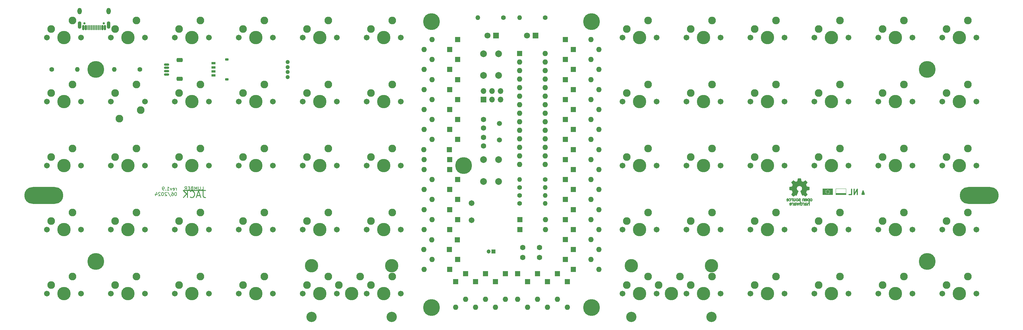
<source format=gbr>
G04 #@! TF.GenerationSoftware,KiCad,Pcbnew,7.0.5-0*
G04 #@! TF.CreationDate,2024-06-26T19:37:14+02:00*
G04 #@! TF.ProjectId,lumberjack,6c756d62-6572-46a6-9163-6b2e6b696361,1.9*
G04 #@! TF.SameCoordinates,Original*
G04 #@! TF.FileFunction,Soldermask,Bot*
G04 #@! TF.FilePolarity,Negative*
%FSLAX46Y46*%
G04 Gerber Fmt 4.6, Leading zero omitted, Abs format (unit mm)*
G04 Created by KiCad (PCBNEW 7.0.5-0) date 2024-06-26 19:37:14*
%MOMM*%
%LPD*%
G01*
G04 APERTURE LIST*
G04 Aperture macros list*
%AMRoundRect*
0 Rectangle with rounded corners*
0 $1 Rounding radius*
0 $2 $3 $4 $5 $6 $7 $8 $9 X,Y pos of 4 corners*
0 Add a 4 corners polygon primitive as box body*
4,1,4,$2,$3,$4,$5,$6,$7,$8,$9,$2,$3,0*
0 Add four circle primitives for the rounded corners*
1,1,$1+$1,$2,$3*
1,1,$1+$1,$4,$5*
1,1,$1+$1,$6,$7*
1,1,$1+$1,$8,$9*
0 Add four rect primitives between the rounded corners*
20,1,$1+$1,$2,$3,$4,$5,0*
20,1,$1+$1,$4,$5,$6,$7,0*
20,1,$1+$1,$6,$7,$8,$9,0*
20,1,$1+$1,$8,$9,$2,$3,0*%
G04 Aperture macros list end*
%ADD10C,0.200000*%
%ADD11C,0.250000*%
%ADD12C,0.150000*%
%ADD13C,0.300000*%
%ADD14C,0.010000*%
%ADD15C,0.120000*%
%ADD16C,0.500000*%
%ADD17C,0.160000*%
%ADD18C,0.100000*%
%ADD19C,1.701800*%
%ADD20C,3.987800*%
%ADD21C,2.286000*%
%ADD22C,1.600000*%
%ADD23R,1.800000X1.800000*%
%ADD24C,1.800000*%
%ADD25R,1.600000X1.600000*%
%ADD26O,1.600000X1.600000*%
%ADD27C,1.710000*%
%ADD28R,1.200000X1.200000*%
%ADD29C,1.200000*%
%ADD30C,2.000000*%
%ADD31C,5.000000*%
%ADD32O,11.600000X5.000000*%
%ADD33C,3.048000*%
%ADD34R,1.700000X1.700000*%
%ADD35O,1.700000X1.700000*%
%ADD36C,1.400000*%
%ADD37O,1.400000X1.400000*%
%ADD38C,1.500000*%
%ADD39C,0.650000*%
%ADD40RoundRect,0.150000X-0.150000X-0.575000X0.150000X-0.575000X0.150000X0.575000X-0.150000X0.575000X0*%
%ADD41RoundRect,0.075000X-0.075000X-0.650000X0.075000X-0.650000X0.075000X0.650000X-0.075000X0.650000X0*%
%ADD42O,1.300000X1.900000*%
%ADD43O,1.100000X2.200000*%
%ADD44RoundRect,0.150000X-0.625000X0.150000X-0.625000X-0.150000X0.625000X-0.150000X0.625000X0.150000X0*%
%ADD45RoundRect,0.249999X-0.650001X0.350001X-0.650001X-0.350001X0.650001X-0.350001X0.650001X0.350001X0*%
%ADD46C,1.244600*%
%ADD47RoundRect,0.100000X-0.400000X0.250000X-0.400000X-0.250000X0.400000X-0.250000X0.400000X0.250000X0*%
%ADD48RoundRect,0.125000X-0.475000X0.250000X-0.475000X-0.250000X0.475000X-0.250000X0.475000X0.250000X0*%
G04 APERTURE END LIST*
D10*
X52589326Y-109756219D02*
X52589326Y-109089552D01*
X52589326Y-109280028D02*
X52541707Y-109184790D01*
X52541707Y-109184790D02*
X52494088Y-109137171D01*
X52494088Y-109137171D02*
X52398850Y-109089552D01*
X52398850Y-109089552D02*
X52303612Y-109089552D01*
X51589326Y-109708600D02*
X51684564Y-109756219D01*
X51684564Y-109756219D02*
X51875040Y-109756219D01*
X51875040Y-109756219D02*
X51970278Y-109708600D01*
X51970278Y-109708600D02*
X52017897Y-109613361D01*
X52017897Y-109613361D02*
X52017897Y-109232409D01*
X52017897Y-109232409D02*
X51970278Y-109137171D01*
X51970278Y-109137171D02*
X51875040Y-109089552D01*
X51875040Y-109089552D02*
X51684564Y-109089552D01*
X51684564Y-109089552D02*
X51589326Y-109137171D01*
X51589326Y-109137171D02*
X51541707Y-109232409D01*
X51541707Y-109232409D02*
X51541707Y-109327647D01*
X51541707Y-109327647D02*
X52017897Y-109422885D01*
X51208373Y-109089552D02*
X50970278Y-109756219D01*
X50970278Y-109756219D02*
X50732183Y-109089552D01*
X49827421Y-109756219D02*
X50398849Y-109756219D01*
X50113135Y-109756219D02*
X50113135Y-108756219D01*
X50113135Y-108756219D02*
X50208373Y-108899076D01*
X50208373Y-108899076D02*
X50303611Y-108994314D01*
X50303611Y-108994314D02*
X50398849Y-109041933D01*
X49398849Y-109660980D02*
X49351230Y-109708600D01*
X49351230Y-109708600D02*
X49398849Y-109756219D01*
X49398849Y-109756219D02*
X49446468Y-109708600D01*
X49446468Y-109708600D02*
X49398849Y-109660980D01*
X49398849Y-109660980D02*
X49398849Y-109756219D01*
X48875040Y-109756219D02*
X48684564Y-109756219D01*
X48684564Y-109756219D02*
X48589326Y-109708600D01*
X48589326Y-109708600D02*
X48541707Y-109660980D01*
X48541707Y-109660980D02*
X48446469Y-109518123D01*
X48446469Y-109518123D02*
X48398850Y-109327647D01*
X48398850Y-109327647D02*
X48398850Y-108946695D01*
X48398850Y-108946695D02*
X48446469Y-108851457D01*
X48446469Y-108851457D02*
X48494088Y-108803838D01*
X48494088Y-108803838D02*
X48589326Y-108756219D01*
X48589326Y-108756219D02*
X48779802Y-108756219D01*
X48779802Y-108756219D02*
X48875040Y-108803838D01*
X48875040Y-108803838D02*
X48922659Y-108851457D01*
X48922659Y-108851457D02*
X48970278Y-108946695D01*
X48970278Y-108946695D02*
X48970278Y-109184790D01*
X48970278Y-109184790D02*
X48922659Y-109280028D01*
X48922659Y-109280028D02*
X48875040Y-109327647D01*
X48875040Y-109327647D02*
X48779802Y-109375266D01*
X48779802Y-109375266D02*
X48589326Y-109375266D01*
X48589326Y-109375266D02*
X48494088Y-109327647D01*
X48494088Y-109327647D02*
X48446469Y-109280028D01*
X48446469Y-109280028D02*
X48398850Y-109184790D01*
X52398850Y-110366219D02*
X52303612Y-110366219D01*
X52303612Y-110366219D02*
X52208374Y-110413838D01*
X52208374Y-110413838D02*
X52160755Y-110461457D01*
X52160755Y-110461457D02*
X52113136Y-110556695D01*
X52113136Y-110556695D02*
X52065517Y-110747171D01*
X52065517Y-110747171D02*
X52065517Y-110985266D01*
X52065517Y-110985266D02*
X52113136Y-111175742D01*
X52113136Y-111175742D02*
X52160755Y-111270980D01*
X52160755Y-111270980D02*
X52208374Y-111318600D01*
X52208374Y-111318600D02*
X52303612Y-111366219D01*
X52303612Y-111366219D02*
X52398850Y-111366219D01*
X52398850Y-111366219D02*
X52494088Y-111318600D01*
X52494088Y-111318600D02*
X52541707Y-111270980D01*
X52541707Y-111270980D02*
X52589326Y-111175742D01*
X52589326Y-111175742D02*
X52636945Y-110985266D01*
X52636945Y-110985266D02*
X52636945Y-110747171D01*
X52636945Y-110747171D02*
X52589326Y-110556695D01*
X52589326Y-110556695D02*
X52541707Y-110461457D01*
X52541707Y-110461457D02*
X52494088Y-110413838D01*
X52494088Y-110413838D02*
X52398850Y-110366219D01*
X51208374Y-110366219D02*
X51398850Y-110366219D01*
X51398850Y-110366219D02*
X51494088Y-110413838D01*
X51494088Y-110413838D02*
X51541707Y-110461457D01*
X51541707Y-110461457D02*
X51636945Y-110604314D01*
X51636945Y-110604314D02*
X51684564Y-110794790D01*
X51684564Y-110794790D02*
X51684564Y-111175742D01*
X51684564Y-111175742D02*
X51636945Y-111270980D01*
X51636945Y-111270980D02*
X51589326Y-111318600D01*
X51589326Y-111318600D02*
X51494088Y-111366219D01*
X51494088Y-111366219D02*
X51303612Y-111366219D01*
X51303612Y-111366219D02*
X51208374Y-111318600D01*
X51208374Y-111318600D02*
X51160755Y-111270980D01*
X51160755Y-111270980D02*
X51113136Y-111175742D01*
X51113136Y-111175742D02*
X51113136Y-110937647D01*
X51113136Y-110937647D02*
X51160755Y-110842409D01*
X51160755Y-110842409D02*
X51208374Y-110794790D01*
X51208374Y-110794790D02*
X51303612Y-110747171D01*
X51303612Y-110747171D02*
X51494088Y-110747171D01*
X51494088Y-110747171D02*
X51589326Y-110794790D01*
X51589326Y-110794790D02*
X51636945Y-110842409D01*
X51636945Y-110842409D02*
X51684564Y-110937647D01*
X49970279Y-110318600D02*
X50827421Y-111604314D01*
X49684564Y-110461457D02*
X49636945Y-110413838D01*
X49636945Y-110413838D02*
X49541707Y-110366219D01*
X49541707Y-110366219D02*
X49303612Y-110366219D01*
X49303612Y-110366219D02*
X49208374Y-110413838D01*
X49208374Y-110413838D02*
X49160755Y-110461457D01*
X49160755Y-110461457D02*
X49113136Y-110556695D01*
X49113136Y-110556695D02*
X49113136Y-110651933D01*
X49113136Y-110651933D02*
X49160755Y-110794790D01*
X49160755Y-110794790D02*
X49732183Y-111366219D01*
X49732183Y-111366219D02*
X49113136Y-111366219D01*
X48494088Y-110366219D02*
X48398850Y-110366219D01*
X48398850Y-110366219D02*
X48303612Y-110413838D01*
X48303612Y-110413838D02*
X48255993Y-110461457D01*
X48255993Y-110461457D02*
X48208374Y-110556695D01*
X48208374Y-110556695D02*
X48160755Y-110747171D01*
X48160755Y-110747171D02*
X48160755Y-110985266D01*
X48160755Y-110985266D02*
X48208374Y-111175742D01*
X48208374Y-111175742D02*
X48255993Y-111270980D01*
X48255993Y-111270980D02*
X48303612Y-111318600D01*
X48303612Y-111318600D02*
X48398850Y-111366219D01*
X48398850Y-111366219D02*
X48494088Y-111366219D01*
X48494088Y-111366219D02*
X48589326Y-111318600D01*
X48589326Y-111318600D02*
X48636945Y-111270980D01*
X48636945Y-111270980D02*
X48684564Y-111175742D01*
X48684564Y-111175742D02*
X48732183Y-110985266D01*
X48732183Y-110985266D02*
X48732183Y-110747171D01*
X48732183Y-110747171D02*
X48684564Y-110556695D01*
X48684564Y-110556695D02*
X48636945Y-110461457D01*
X48636945Y-110461457D02*
X48589326Y-110413838D01*
X48589326Y-110413838D02*
X48494088Y-110366219D01*
X47779802Y-110461457D02*
X47732183Y-110413838D01*
X47732183Y-110413838D02*
X47636945Y-110366219D01*
X47636945Y-110366219D02*
X47398850Y-110366219D01*
X47398850Y-110366219D02*
X47303612Y-110413838D01*
X47303612Y-110413838D02*
X47255993Y-110461457D01*
X47255993Y-110461457D02*
X47208374Y-110556695D01*
X47208374Y-110556695D02*
X47208374Y-110651933D01*
X47208374Y-110651933D02*
X47255993Y-110794790D01*
X47255993Y-110794790D02*
X47827421Y-111366219D01*
X47827421Y-111366219D02*
X47208374Y-111366219D01*
X46351231Y-110699552D02*
X46351231Y-111366219D01*
X46589326Y-110318600D02*
X46827421Y-111032885D01*
X46827421Y-111032885D02*
X46208374Y-111032885D01*
D11*
X60495428Y-109889988D02*
X60495428Y-111318559D01*
X60495428Y-111318559D02*
X60590667Y-111604273D01*
X60590667Y-111604273D02*
X60781143Y-111794750D01*
X60781143Y-111794750D02*
X61066857Y-111889988D01*
X61066857Y-111889988D02*
X61257333Y-111889988D01*
X59638285Y-111318559D02*
X58685904Y-111318559D01*
X59828761Y-111889988D02*
X59162095Y-109889988D01*
X59162095Y-109889988D02*
X58495428Y-111889988D01*
X56685904Y-111699511D02*
X56781142Y-111794750D01*
X56781142Y-111794750D02*
X57066856Y-111889988D01*
X57066856Y-111889988D02*
X57257332Y-111889988D01*
X57257332Y-111889988D02*
X57543047Y-111794750D01*
X57543047Y-111794750D02*
X57733523Y-111604273D01*
X57733523Y-111604273D02*
X57828761Y-111413797D01*
X57828761Y-111413797D02*
X57923999Y-111032845D01*
X57923999Y-111032845D02*
X57923999Y-110747130D01*
X57923999Y-110747130D02*
X57828761Y-110366178D01*
X57828761Y-110366178D02*
X57733523Y-110175702D01*
X57733523Y-110175702D02*
X57543047Y-109985226D01*
X57543047Y-109985226D02*
X57257332Y-109889988D01*
X57257332Y-109889988D02*
X57066856Y-109889988D01*
X57066856Y-109889988D02*
X56781142Y-109985226D01*
X56781142Y-109985226D02*
X56685904Y-110080464D01*
X55828761Y-111889988D02*
X55828761Y-109889988D01*
X54685904Y-111889988D02*
X55543047Y-110747130D01*
X54685904Y-109889988D02*
X55828761Y-111032845D01*
D12*
X60072095Y-109632569D02*
X60548285Y-109632569D01*
X60548285Y-109632569D02*
X60548285Y-108632569D01*
X59738761Y-108632569D02*
X59738761Y-109442092D01*
X59738761Y-109442092D02*
X59691142Y-109537330D01*
X59691142Y-109537330D02*
X59643523Y-109584950D01*
X59643523Y-109584950D02*
X59548285Y-109632569D01*
X59548285Y-109632569D02*
X59357809Y-109632569D01*
X59357809Y-109632569D02*
X59262571Y-109584950D01*
X59262571Y-109584950D02*
X59214952Y-109537330D01*
X59214952Y-109537330D02*
X59167333Y-109442092D01*
X59167333Y-109442092D02*
X59167333Y-108632569D01*
X58691142Y-109632569D02*
X58691142Y-108632569D01*
X58691142Y-108632569D02*
X58357809Y-109346854D01*
X58357809Y-109346854D02*
X58024476Y-108632569D01*
X58024476Y-108632569D02*
X58024476Y-109632569D01*
X57214952Y-109108759D02*
X57072095Y-109156378D01*
X57072095Y-109156378D02*
X57024476Y-109203997D01*
X57024476Y-109203997D02*
X56976857Y-109299235D01*
X56976857Y-109299235D02*
X56976857Y-109442092D01*
X56976857Y-109442092D02*
X57024476Y-109537330D01*
X57024476Y-109537330D02*
X57072095Y-109584950D01*
X57072095Y-109584950D02*
X57167333Y-109632569D01*
X57167333Y-109632569D02*
X57548285Y-109632569D01*
X57548285Y-109632569D02*
X57548285Y-108632569D01*
X57548285Y-108632569D02*
X57214952Y-108632569D01*
X57214952Y-108632569D02*
X57119714Y-108680188D01*
X57119714Y-108680188D02*
X57072095Y-108727807D01*
X57072095Y-108727807D02*
X57024476Y-108823045D01*
X57024476Y-108823045D02*
X57024476Y-108918283D01*
X57024476Y-108918283D02*
X57072095Y-109013521D01*
X57072095Y-109013521D02*
X57119714Y-109061140D01*
X57119714Y-109061140D02*
X57214952Y-109108759D01*
X57214952Y-109108759D02*
X57548285Y-109108759D01*
X56548285Y-109108759D02*
X56214952Y-109108759D01*
X56072095Y-109632569D02*
X56548285Y-109632569D01*
X56548285Y-109632569D02*
X56548285Y-108632569D01*
X56548285Y-108632569D02*
X56072095Y-108632569D01*
X55072095Y-109632569D02*
X55405428Y-109156378D01*
X55643523Y-109632569D02*
X55643523Y-108632569D01*
X55643523Y-108632569D02*
X55262571Y-108632569D01*
X55262571Y-108632569D02*
X55167333Y-108680188D01*
X55167333Y-108680188D02*
X55119714Y-108727807D01*
X55119714Y-108727807D02*
X55072095Y-108823045D01*
X55072095Y-108823045D02*
X55072095Y-108965902D01*
X55072095Y-108965902D02*
X55119714Y-109061140D01*
X55119714Y-109061140D02*
X55167333Y-109108759D01*
X55167333Y-109108759D02*
X55262571Y-109156378D01*
X55262571Y-109156378D02*
X55643523Y-109156378D01*
D13*
X255375761Y-111006590D02*
X255375761Y-109406590D01*
X255375761Y-109406590D02*
X254461475Y-111006590D01*
X254461475Y-111006590D02*
X254461475Y-109406590D01*
X252937666Y-111006590D02*
X253699571Y-111006590D01*
X253699571Y-111006590D02*
X253699571Y-109406590D01*
D14*
X235848684Y-112168216D02*
X235889650Y-112181005D01*
X235940099Y-112202261D01*
X235964526Y-112213684D01*
X235982155Y-112215749D01*
X235986053Y-112199916D01*
X235986057Y-112199468D01*
X235994312Y-112184351D01*
X236022781Y-112176603D01*
X236077961Y-112174421D01*
X236169869Y-112174421D01*
X236169869Y-112976526D01*
X235986053Y-112976526D01*
X235986053Y-112423483D01*
X235940358Y-112381134D01*
X235926082Y-112369098D01*
X235883558Y-112348534D01*
X235831192Y-112347710D01*
X235759889Y-112365856D01*
X235735852Y-112367005D01*
X235707656Y-112349402D01*
X235670126Y-112307562D01*
X235651921Y-112284419D01*
X235630391Y-112251742D01*
X235627073Y-112230942D01*
X235639128Y-112213395D01*
X235676135Y-112191206D01*
X235733612Y-112173645D01*
X235795972Y-112164938D01*
X235848684Y-112168216D01*
G36*
X235848684Y-112168216D02*
G01*
X235889650Y-112181005D01*
X235940099Y-112202261D01*
X235964526Y-112213684D01*
X235982155Y-112215749D01*
X235986053Y-112199916D01*
X235986057Y-112199468D01*
X235994312Y-112184351D01*
X236022781Y-112176603D01*
X236077961Y-112174421D01*
X236169869Y-112174421D01*
X236169869Y-112976526D01*
X235986053Y-112976526D01*
X235986053Y-112423483D01*
X235940358Y-112381134D01*
X235926082Y-112369098D01*
X235883558Y-112348534D01*
X235831192Y-112347710D01*
X235759889Y-112365856D01*
X235735852Y-112367005D01*
X235707656Y-112349402D01*
X235670126Y-112307562D01*
X235651921Y-112284419D01*
X235630391Y-112251742D01*
X235627073Y-112230942D01*
X235639128Y-112213395D01*
X235676135Y-112191206D01*
X235733612Y-112173645D01*
X235795972Y-112164938D01*
X235848684Y-112168216D01*
G37*
X236092063Y-113438716D02*
X236142550Y-113462344D01*
X236186579Y-113496978D01*
X236186579Y-113462344D01*
X236187676Y-113449194D01*
X236197885Y-113435252D01*
X236225493Y-113429094D01*
X236278487Y-113427710D01*
X236370395Y-113427710D01*
X236370395Y-114246526D01*
X236186579Y-114246526D01*
X236186579Y-113979944D01*
X236186557Y-113964640D01*
X236184989Y-113857060D01*
X236181141Y-113769427D01*
X236175287Y-113706224D01*
X236167701Y-113671929D01*
X236160736Y-113658982D01*
X236117860Y-113618378D01*
X236059458Y-113600404D01*
X235995686Y-113608789D01*
X235980044Y-113614472D01*
X235946721Y-113624517D01*
X235923947Y-113621398D01*
X235901031Y-113600979D01*
X235867283Y-113559127D01*
X235812547Y-113490017D01*
X235851020Y-113458864D01*
X235887592Y-113440112D01*
X235951833Y-113427447D01*
X236024240Y-113427033D01*
X236092063Y-113438716D01*
G36*
X236092063Y-113438716D02*
G01*
X236142550Y-113462344D01*
X236186579Y-113496978D01*
X236186579Y-113462344D01*
X236187676Y-113449194D01*
X236197885Y-113435252D01*
X236225493Y-113429094D01*
X236278487Y-113427710D01*
X236370395Y-113427710D01*
X236370395Y-114246526D01*
X236186579Y-114246526D01*
X236186579Y-113979944D01*
X236186557Y-113964640D01*
X236184989Y-113857060D01*
X236181141Y-113769427D01*
X236175287Y-113706224D01*
X236167701Y-113671929D01*
X236160736Y-113658982D01*
X236117860Y-113618378D01*
X236059458Y-113600404D01*
X235995686Y-113608789D01*
X235980044Y-113614472D01*
X235946721Y-113624517D01*
X235923947Y-113621398D01*
X235901031Y-113600979D01*
X235867283Y-113559127D01*
X235812547Y-113490017D01*
X235851020Y-113458864D01*
X235887592Y-113440112D01*
X235951833Y-113427447D01*
X236024240Y-113427033D01*
X236092063Y-113438716D01*
G37*
X239578816Y-114246526D02*
X239411711Y-114246526D01*
X239411711Y-113988601D01*
X239411526Y-113928605D01*
X239409626Y-113829237D01*
X239404816Y-113755673D01*
X239396052Y-113702827D01*
X239382290Y-113665614D01*
X239362487Y-113638949D01*
X239335600Y-113617746D01*
X239306248Y-113601947D01*
X239271491Y-113597467D01*
X239222058Y-113607429D01*
X239206173Y-113611576D01*
X239166520Y-113617818D01*
X239138167Y-113608875D01*
X239105306Y-113581195D01*
X239099070Y-113575175D01*
X239064594Y-113537937D01*
X239042361Y-113507660D01*
X239039311Y-113500366D01*
X239045354Y-113473432D01*
X239075998Y-113451898D01*
X239124363Y-113436786D01*
X239183566Y-113429114D01*
X239246728Y-113429904D01*
X239306967Y-113440175D01*
X239357402Y-113460948D01*
X239373388Y-113470648D01*
X239400302Y-113484845D01*
X239410264Y-113481594D01*
X239411711Y-113460886D01*
X239412050Y-113453451D01*
X239420112Y-113436982D01*
X239445119Y-113429486D01*
X239495264Y-113427710D01*
X239578816Y-113427710D01*
X239578816Y-114246526D01*
G36*
X239578816Y-114246526D02*
G01*
X239411711Y-114246526D01*
X239411711Y-113988601D01*
X239411526Y-113928605D01*
X239409626Y-113829237D01*
X239404816Y-113755673D01*
X239396052Y-113702827D01*
X239382290Y-113665614D01*
X239362487Y-113638949D01*
X239335600Y-113617746D01*
X239306248Y-113601947D01*
X239271491Y-113597467D01*
X239222058Y-113607429D01*
X239206173Y-113611576D01*
X239166520Y-113617818D01*
X239138167Y-113608875D01*
X239105306Y-113581195D01*
X239099070Y-113575175D01*
X239064594Y-113537937D01*
X239042361Y-113507660D01*
X239039311Y-113500366D01*
X239045354Y-113473432D01*
X239075998Y-113451898D01*
X239124363Y-113436786D01*
X239183566Y-113429114D01*
X239246728Y-113429904D01*
X239306967Y-113440175D01*
X239357402Y-113460948D01*
X239373388Y-113470648D01*
X239400302Y-113484845D01*
X239410264Y-113481594D01*
X239411711Y-113460886D01*
X239412050Y-113453451D01*
X239420112Y-113436982D01*
X239445119Y-113429486D01*
X239495264Y-113427710D01*
X239578816Y-113427710D01*
X239578816Y-114246526D01*
G37*
X236504079Y-112434533D02*
X236505489Y-112551550D01*
X236511007Y-112646058D01*
X236522185Y-112714751D01*
X236540572Y-112761478D01*
X236567717Y-112790089D01*
X236605168Y-112804432D01*
X236654474Y-112808358D01*
X236701552Y-112804854D01*
X236739574Y-112791139D01*
X236767210Y-112763355D01*
X236786009Y-112717651D01*
X236797519Y-112650179D01*
X236803290Y-112557089D01*
X236804869Y-112434533D01*
X236804869Y-112174421D01*
X236971974Y-112174421D01*
X236971974Y-112488004D01*
X236971688Y-112571705D01*
X236969459Y-112679943D01*
X236963869Y-112762489D01*
X236953561Y-112824068D01*
X236937183Y-112869405D01*
X236913379Y-112903226D01*
X236880796Y-112930257D01*
X236838079Y-112955221D01*
X236748377Y-112986825D01*
X236654761Y-112988887D01*
X236566496Y-112959783D01*
X236527986Y-112940917D01*
X236508880Y-112938097D01*
X236504079Y-112951428D01*
X236496109Y-112966396D01*
X236467578Y-112974281D01*
X236412172Y-112976526D01*
X236320264Y-112976526D01*
X236320264Y-112174421D01*
X236504079Y-112174421D01*
X236504079Y-112434533D01*
G36*
X236504079Y-112434533D02*
G01*
X236505489Y-112551550D01*
X236511007Y-112646058D01*
X236522185Y-112714751D01*
X236540572Y-112761478D01*
X236567717Y-112790089D01*
X236605168Y-112804432D01*
X236654474Y-112808358D01*
X236701552Y-112804854D01*
X236739574Y-112791139D01*
X236767210Y-112763355D01*
X236786009Y-112717651D01*
X236797519Y-112650179D01*
X236803290Y-112557089D01*
X236804869Y-112434533D01*
X236804869Y-112174421D01*
X236971974Y-112174421D01*
X236971974Y-112488004D01*
X236971688Y-112571705D01*
X236969459Y-112679943D01*
X236963869Y-112762489D01*
X236953561Y-112824068D01*
X236937183Y-112869405D01*
X236913379Y-112903226D01*
X236880796Y-112930257D01*
X236838079Y-112955221D01*
X236748377Y-112986825D01*
X236654761Y-112988887D01*
X236566496Y-112959783D01*
X236527986Y-112940917D01*
X236508880Y-112938097D01*
X236504079Y-112951428D01*
X236496109Y-112966396D01*
X236467578Y-112974281D01*
X236412172Y-112976526D01*
X236320264Y-112976526D01*
X236320264Y-112174421D01*
X236504079Y-112174421D01*
X236504079Y-112434533D01*
G37*
X239297937Y-112172840D02*
X239374112Y-112196773D01*
X239407699Y-112213040D01*
X239424592Y-112214720D01*
X239428422Y-112199916D01*
X239428425Y-112199468D01*
X239436680Y-112184351D01*
X239465149Y-112176603D01*
X239520329Y-112174421D01*
X239612237Y-112174421D01*
X239612237Y-112976526D01*
X239428422Y-112976526D01*
X239428422Y-112700043D01*
X239428296Y-112606680D01*
X239427436Y-112529988D01*
X239425137Y-112476322D01*
X239420690Y-112440212D01*
X239413390Y-112416191D01*
X239402530Y-112398791D01*
X239387405Y-112382543D01*
X239366801Y-112365261D01*
X239307555Y-112342042D01*
X239245366Y-112348857D01*
X239188398Y-112385581D01*
X239172115Y-112402673D01*
X239160426Y-112419971D01*
X239152586Y-112442990D01*
X239147827Y-112477271D01*
X239145379Y-112528353D01*
X239144473Y-112601777D01*
X239144343Y-112703081D01*
X239144343Y-112976526D01*
X238960527Y-112976526D01*
X238960894Y-112679914D01*
X238960919Y-112666702D01*
X238962513Y-112540535D01*
X238967408Y-112442528D01*
X238976864Y-112367915D01*
X238992139Y-112311931D01*
X239014490Y-112269809D01*
X239045175Y-112236784D01*
X239085454Y-112208090D01*
X239127043Y-112188226D01*
X239210800Y-112170178D01*
X239297937Y-112172840D01*
G36*
X239297937Y-112172840D02*
G01*
X239374112Y-112196773D01*
X239407699Y-112213040D01*
X239424592Y-112214720D01*
X239428422Y-112199916D01*
X239428425Y-112199468D01*
X239436680Y-112184351D01*
X239465149Y-112176603D01*
X239520329Y-112174421D01*
X239612237Y-112174421D01*
X239612237Y-112976526D01*
X239428422Y-112976526D01*
X239428422Y-112700043D01*
X239428296Y-112606680D01*
X239427436Y-112529988D01*
X239425137Y-112476322D01*
X239420690Y-112440212D01*
X239413390Y-112416191D01*
X239402530Y-112398791D01*
X239387405Y-112382543D01*
X239366801Y-112365261D01*
X239307555Y-112342042D01*
X239245366Y-112348857D01*
X239188398Y-112385581D01*
X239172115Y-112402673D01*
X239160426Y-112419971D01*
X239152586Y-112442990D01*
X239147827Y-112477271D01*
X239145379Y-112528353D01*
X239144473Y-112601777D01*
X239144343Y-112703081D01*
X239144343Y-112976526D01*
X238960527Y-112976526D01*
X238960894Y-112679914D01*
X238960919Y-112666702D01*
X238962513Y-112540535D01*
X238967408Y-112442528D01*
X238976864Y-112367915D01*
X238992139Y-112311931D01*
X239014490Y-112269809D01*
X239045175Y-112236784D01*
X239085454Y-112208090D01*
X239127043Y-112188226D01*
X239210800Y-112170178D01*
X239297937Y-112172840D01*
G37*
X235378610Y-112178247D02*
X235469791Y-112213771D01*
X235546907Y-112272413D01*
X235603864Y-112352956D01*
X235607710Y-112361169D01*
X235632130Y-112441267D01*
X235644330Y-112536948D01*
X235644234Y-112636569D01*
X235631764Y-112728488D01*
X235606843Y-112801066D01*
X235576073Y-112851650D01*
X235508344Y-112923310D01*
X235423657Y-112968862D01*
X235351202Y-112987282D01*
X235240875Y-112989293D01*
X235135302Y-112961513D01*
X235041682Y-112905142D01*
X234981088Y-112855196D01*
X235035664Y-112798887D01*
X235070144Y-112765530D01*
X235101332Y-112746958D01*
X235130250Y-112751047D01*
X235167237Y-112776000D01*
X235181985Y-112785768D01*
X235244291Y-112805762D01*
X235315903Y-112805749D01*
X235382950Y-112785143D01*
X235408196Y-112768595D01*
X235445228Y-112719730D01*
X235463792Y-112647958D01*
X235464987Y-112550136D01*
X235464983Y-112550081D01*
X235451171Y-112462562D01*
X235420744Y-112401881D01*
X235370676Y-112364345D01*
X235297941Y-112346261D01*
X235252137Y-112343829D01*
X235212116Y-112353789D01*
X235171070Y-112382642D01*
X235117954Y-112427336D01*
X235050688Y-112373279D01*
X235026113Y-112352570D01*
X234995416Y-112322899D01*
X234983422Y-112305413D01*
X234987669Y-112297533D01*
X235012135Y-112273340D01*
X235051110Y-112242571D01*
X235081605Y-112222549D01*
X235178424Y-112181419D01*
X235279457Y-112167057D01*
X235378610Y-112178247D01*
G36*
X235378610Y-112178247D02*
G01*
X235469791Y-112213771D01*
X235546907Y-112272413D01*
X235603864Y-112352956D01*
X235607710Y-112361169D01*
X235632130Y-112441267D01*
X235644330Y-112536948D01*
X235644234Y-112636569D01*
X235631764Y-112728488D01*
X235606843Y-112801066D01*
X235576073Y-112851650D01*
X235508344Y-112923310D01*
X235423657Y-112968862D01*
X235351202Y-112987282D01*
X235240875Y-112989293D01*
X235135302Y-112961513D01*
X235041682Y-112905142D01*
X234981088Y-112855196D01*
X235035664Y-112798887D01*
X235070144Y-112765530D01*
X235101332Y-112746958D01*
X235130250Y-112751047D01*
X235167237Y-112776000D01*
X235181985Y-112785768D01*
X235244291Y-112805762D01*
X235315903Y-112805749D01*
X235382950Y-112785143D01*
X235408196Y-112768595D01*
X235445228Y-112719730D01*
X235463792Y-112647958D01*
X235464987Y-112550136D01*
X235464983Y-112550081D01*
X235451171Y-112462562D01*
X235420744Y-112401881D01*
X235370676Y-112364345D01*
X235297941Y-112346261D01*
X235252137Y-112343829D01*
X235212116Y-112353789D01*
X235171070Y-112382642D01*
X235117954Y-112427336D01*
X235050688Y-112373279D01*
X235026113Y-112352570D01*
X234995416Y-112322899D01*
X234983422Y-112305413D01*
X234987669Y-112297533D01*
X235012135Y-112273340D01*
X235051110Y-112242571D01*
X235081605Y-112222549D01*
X235178424Y-112181419D01*
X235279457Y-112167057D01*
X235378610Y-112178247D01*
G37*
X237769982Y-112633116D02*
X237765320Y-112686001D01*
X237744714Y-112786965D01*
X237707857Y-112864007D01*
X237651761Y-112922201D01*
X237573434Y-112966617D01*
X237543023Y-112977188D01*
X237464263Y-112990377D01*
X237381384Y-112990018D01*
X237311450Y-112975531D01*
X237310076Y-112975005D01*
X237253718Y-112941852D01*
X237196780Y-112890530D01*
X237149535Y-112831840D01*
X237122255Y-112776584D01*
X237114169Y-112736193D01*
X237107246Y-112660569D01*
X237106085Y-112593161D01*
X237274442Y-112593161D01*
X237284507Y-112674014D01*
X237308151Y-112740451D01*
X237343973Y-112783862D01*
X237357551Y-112791316D01*
X237409327Y-112804864D01*
X237469213Y-112807651D01*
X237519596Y-112798237D01*
X237539260Y-112784736D01*
X237566862Y-112737523D01*
X237584230Y-112663630D01*
X237590264Y-112566663D01*
X237590167Y-112538750D01*
X237588071Y-112482190D01*
X237581100Y-112445294D01*
X237566475Y-112418031D01*
X237541418Y-112390372D01*
X237493736Y-112356849D01*
X237431663Y-112343143D01*
X237371689Y-112356197D01*
X237321891Y-112393951D01*
X237290345Y-112454349D01*
X237279358Y-112506502D01*
X237274442Y-112593161D01*
X237106085Y-112593161D01*
X237105763Y-112574442D01*
X237109478Y-112488719D01*
X237118145Y-112414305D01*
X237131522Y-112362106D01*
X237162679Y-112303006D01*
X237228808Y-112230340D01*
X237313331Y-112184310D01*
X237413734Y-112166090D01*
X237527505Y-112176858D01*
X237546435Y-112181445D01*
X237634595Y-112221000D01*
X237701028Y-112285941D01*
X237745735Y-112376271D01*
X237768718Y-112491994D01*
X237769387Y-112566663D01*
X237769982Y-112633116D01*
G36*
X237769982Y-112633116D02*
G01*
X237765320Y-112686001D01*
X237744714Y-112786965D01*
X237707857Y-112864007D01*
X237651761Y-112922201D01*
X237573434Y-112966617D01*
X237543023Y-112977188D01*
X237464263Y-112990377D01*
X237381384Y-112990018D01*
X237311450Y-112975531D01*
X237310076Y-112975005D01*
X237253718Y-112941852D01*
X237196780Y-112890530D01*
X237149535Y-112831840D01*
X237122255Y-112776584D01*
X237114169Y-112736193D01*
X237107246Y-112660569D01*
X237106085Y-112593161D01*
X237274442Y-112593161D01*
X237284507Y-112674014D01*
X237308151Y-112740451D01*
X237343973Y-112783862D01*
X237357551Y-112791316D01*
X237409327Y-112804864D01*
X237469213Y-112807651D01*
X237519596Y-112798237D01*
X237539260Y-112784736D01*
X237566862Y-112737523D01*
X237584230Y-112663630D01*
X237590264Y-112566663D01*
X237590167Y-112538750D01*
X237588071Y-112482190D01*
X237581100Y-112445294D01*
X237566475Y-112418031D01*
X237541418Y-112390372D01*
X237493736Y-112356849D01*
X237431663Y-112343143D01*
X237371689Y-112356197D01*
X237321891Y-112393951D01*
X237290345Y-112454349D01*
X237279358Y-112506502D01*
X237274442Y-112593161D01*
X237106085Y-112593161D01*
X237105763Y-112574442D01*
X237109478Y-112488719D01*
X237118145Y-112414305D01*
X237131522Y-112362106D01*
X237162679Y-112303006D01*
X237228808Y-112230340D01*
X237313331Y-112184310D01*
X237413734Y-112166090D01*
X237527505Y-112176858D01*
X237546435Y-112181445D01*
X237634595Y-112221000D01*
X237701028Y-112285941D01*
X237745735Y-112376271D01*
X237768718Y-112491994D01*
X237769387Y-112566663D01*
X237769982Y-112633116D01*
G37*
X237903063Y-113690107D02*
X237925655Y-113757510D01*
X237952379Y-113832127D01*
X237974696Y-113888654D01*
X237990759Y-113922486D01*
X237998724Y-113929016D01*
X238000646Y-113923337D01*
X238011049Y-113888507D01*
X238027619Y-113830335D01*
X238048516Y-113755333D01*
X238071900Y-113670013D01*
X238135518Y-113436066D01*
X238232655Y-113430990D01*
X238240854Y-113430584D01*
X238293235Y-113430046D01*
X238318406Y-113435423D01*
X238321612Y-113447701D01*
X238317562Y-113459692D01*
X238304241Y-113500734D01*
X238283384Y-113565736D01*
X238256479Y-113650048D01*
X238225012Y-113749022D01*
X238190469Y-113858006D01*
X238067505Y-114246526D01*
X237913689Y-114246526D01*
X237841213Y-114000046D01*
X237827830Y-113954785D01*
X237803096Y-113872502D01*
X237781962Y-113803940D01*
X237766329Y-113755225D01*
X237758102Y-113732483D01*
X237755758Y-113730787D01*
X237744351Y-113745456D01*
X237728065Y-113784248D01*
X237709606Y-113841102D01*
X237708631Y-113844441D01*
X237683917Y-113928347D01*
X237655641Y-114023351D01*
X237629730Y-114109528D01*
X237587714Y-114248253D01*
X237432750Y-114238171D01*
X237360987Y-114012579D01*
X237329480Y-113913454D01*
X237294187Y-113802281D01*
X237260393Y-113695704D01*
X237232418Y-113607349D01*
X237175613Y-113427710D01*
X237365656Y-113427710D01*
X237411720Y-113598993D01*
X237423965Y-113644251D01*
X237447125Y-113728625D01*
X237468572Y-113805384D01*
X237484876Y-113862184D01*
X237511969Y-113954092D01*
X237598374Y-113695079D01*
X237684780Y-113436066D01*
X237750870Y-113431104D01*
X237816959Y-113426143D01*
X237903063Y-113690107D01*
G36*
X237903063Y-113690107D02*
G01*
X237925655Y-113757510D01*
X237952379Y-113832127D01*
X237974696Y-113888654D01*
X237990759Y-113922486D01*
X237998724Y-113929016D01*
X238000646Y-113923337D01*
X238011049Y-113888507D01*
X238027619Y-113830335D01*
X238048516Y-113755333D01*
X238071900Y-113670013D01*
X238135518Y-113436066D01*
X238232655Y-113430990D01*
X238240854Y-113430584D01*
X238293235Y-113430046D01*
X238318406Y-113435423D01*
X238321612Y-113447701D01*
X238317562Y-113459692D01*
X238304241Y-113500734D01*
X238283384Y-113565736D01*
X238256479Y-113650048D01*
X238225012Y-113749022D01*
X238190469Y-113858006D01*
X238067505Y-114246526D01*
X237913689Y-114246526D01*
X237841213Y-114000046D01*
X237827830Y-113954785D01*
X237803096Y-113872502D01*
X237781962Y-113803940D01*
X237766329Y-113755225D01*
X237758102Y-113732483D01*
X237755758Y-113730787D01*
X237744351Y-113745456D01*
X237728065Y-113784248D01*
X237709606Y-113841102D01*
X237708631Y-113844441D01*
X237683917Y-113928347D01*
X237655641Y-114023351D01*
X237629730Y-114109528D01*
X237587714Y-114248253D01*
X237432750Y-114238171D01*
X237360987Y-114012579D01*
X237329480Y-113913454D01*
X237294187Y-113802281D01*
X237260393Y-113695704D01*
X237232418Y-113607349D01*
X237175613Y-113427710D01*
X237365656Y-113427710D01*
X237411720Y-113598993D01*
X237423965Y-113644251D01*
X237447125Y-113728625D01*
X237468572Y-113805384D01*
X237484876Y-113862184D01*
X237511969Y-113954092D01*
X237598374Y-113695079D01*
X237684780Y-113436066D01*
X237750870Y-113431104D01*
X237816959Y-113426143D01*
X237903063Y-113690107D01*
G37*
X241932431Y-112621368D02*
X241930273Y-112673701D01*
X241925376Y-112737519D01*
X241917033Y-112782752D01*
X241903256Y-112818593D01*
X241882057Y-112854236D01*
X241881154Y-112855587D01*
X241828953Y-112913335D01*
X241765083Y-112957380D01*
X241690813Y-112983517D01*
X241593110Y-112992003D01*
X241497350Y-112975316D01*
X241411755Y-112935106D01*
X241344545Y-112873022D01*
X241325250Y-112843688D01*
X241289216Y-112752496D01*
X241271344Y-112639984D01*
X241271650Y-112611524D01*
X241451249Y-112611524D01*
X241451588Y-112664750D01*
X241457231Y-112700284D01*
X241470089Y-112727589D01*
X241492072Y-112756124D01*
X241522579Y-112784440D01*
X241583592Y-112809710D01*
X241649106Y-112805016D01*
X241711719Y-112769896D01*
X241729381Y-112753122D01*
X241748239Y-112724407D01*
X241758696Y-112684046D01*
X241764624Y-112621154D01*
X241766257Y-112573910D01*
X241757311Y-112477428D01*
X241729860Y-112408352D01*
X241683781Y-112366301D01*
X241629766Y-112346165D01*
X241565349Y-112347860D01*
X241505637Y-112381855D01*
X241491361Y-112394797D01*
X241473347Y-112417440D01*
X241462659Y-112447064D01*
X241456729Y-112492482D01*
X241452988Y-112562506D01*
X241451249Y-112611524D01*
X241271650Y-112611524D01*
X241272723Y-112511624D01*
X241274482Y-112493418D01*
X241299024Y-112376812D01*
X241344430Y-112286290D01*
X241410795Y-112221754D01*
X241498216Y-112183104D01*
X241606791Y-112170243D01*
X241647811Y-112171450D01*
X241731934Y-112186220D01*
X241800722Y-112221474D01*
X241864854Y-112281828D01*
X241875110Y-112293942D01*
X241902774Y-112334737D01*
X241920955Y-112380930D01*
X241931036Y-112439468D01*
X241934401Y-112517299D01*
X241933329Y-112573910D01*
X241932431Y-112621368D01*
G36*
X241932431Y-112621368D02*
G01*
X241930273Y-112673701D01*
X241925376Y-112737519D01*
X241917033Y-112782752D01*
X241903256Y-112818593D01*
X241882057Y-112854236D01*
X241881154Y-112855587D01*
X241828953Y-112913335D01*
X241765083Y-112957380D01*
X241690813Y-112983517D01*
X241593110Y-112992003D01*
X241497350Y-112975316D01*
X241411755Y-112935106D01*
X241344545Y-112873022D01*
X241325250Y-112843688D01*
X241289216Y-112752496D01*
X241271344Y-112639984D01*
X241271650Y-112611524D01*
X241451249Y-112611524D01*
X241451588Y-112664750D01*
X241457231Y-112700284D01*
X241470089Y-112727589D01*
X241492072Y-112756124D01*
X241522579Y-112784440D01*
X241583592Y-112809710D01*
X241649106Y-112805016D01*
X241711719Y-112769896D01*
X241729381Y-112753122D01*
X241748239Y-112724407D01*
X241758696Y-112684046D01*
X241764624Y-112621154D01*
X241766257Y-112573910D01*
X241757311Y-112477428D01*
X241729860Y-112408352D01*
X241683781Y-112366301D01*
X241629766Y-112346165D01*
X241565349Y-112347860D01*
X241505637Y-112381855D01*
X241491361Y-112394797D01*
X241473347Y-112417440D01*
X241462659Y-112447064D01*
X241456729Y-112492482D01*
X241452988Y-112562506D01*
X241451249Y-112611524D01*
X241271650Y-112611524D01*
X241272723Y-112511624D01*
X241274482Y-112493418D01*
X241299024Y-112376812D01*
X241344430Y-112286290D01*
X241410795Y-112221754D01*
X241498216Y-112183104D01*
X241606791Y-112170243D01*
X241647811Y-112171450D01*
X241731934Y-112186220D01*
X241800722Y-112221474D01*
X241864854Y-112281828D01*
X241875110Y-112293942D01*
X241902774Y-112334737D01*
X241920955Y-112380930D01*
X241931036Y-112439468D01*
X241934401Y-112517299D01*
X241933329Y-112573910D01*
X241932431Y-112621368D01*
G37*
X239042986Y-113899659D02*
X239040868Y-113971101D01*
X239036608Y-114020866D01*
X239035878Y-114025427D01*
X239007206Y-114107004D01*
X238954846Y-114176165D01*
X238886158Y-114223021D01*
X238812396Y-114242416D01*
X238721668Y-114240911D01*
X238638205Y-114214906D01*
X238616465Y-114203932D01*
X238588510Y-114192174D01*
X238577872Y-114195832D01*
X238576185Y-114214906D01*
X238575410Y-114224418D01*
X238565407Y-114238485D01*
X238537623Y-114244962D01*
X238484277Y-114246526D01*
X238392369Y-114246526D01*
X238392369Y-113845328D01*
X238576185Y-113845328D01*
X238577502Y-113914832D01*
X238582848Y-113961106D01*
X238594262Y-113992807D01*
X238613783Y-114019373D01*
X238665329Y-114058873D01*
X238725650Y-114072115D01*
X238784144Y-114055740D01*
X238833410Y-114010060D01*
X238846432Y-113976634D01*
X238856051Y-113917441D01*
X238860280Y-113845626D01*
X238858948Y-113771967D01*
X238851884Y-113707239D01*
X238838917Y-113662222D01*
X238834774Y-113654840D01*
X238794840Y-113617738D01*
X238740722Y-113601301D01*
X238682600Y-113605124D01*
X238630653Y-113628802D01*
X238595063Y-113671929D01*
X238593592Y-113675556D01*
X238584767Y-113716026D01*
X238578542Y-113776499D01*
X238576185Y-113845328D01*
X238392369Y-113845328D01*
X238392369Y-113110210D01*
X238576185Y-113110210D01*
X238576185Y-113499732D01*
X238610232Y-113468920D01*
X238643014Y-113449769D01*
X238705059Y-113433760D01*
X238777589Y-113428602D01*
X238848419Y-113434935D01*
X238905368Y-113453400D01*
X238946128Y-113479666D01*
X238988113Y-113524412D01*
X239016370Y-113584588D01*
X239033355Y-113665988D01*
X239041528Y-113774405D01*
X239042729Y-113818230D01*
X239042816Y-113845626D01*
X239042986Y-113899659D01*
G36*
X239042986Y-113899659D02*
G01*
X239040868Y-113971101D01*
X239036608Y-114020866D01*
X239035878Y-114025427D01*
X239007206Y-114107004D01*
X238954846Y-114176165D01*
X238886158Y-114223021D01*
X238812396Y-114242416D01*
X238721668Y-114240911D01*
X238638205Y-114214906D01*
X238616465Y-114203932D01*
X238588510Y-114192174D01*
X238577872Y-114195832D01*
X238576185Y-114214906D01*
X238575410Y-114224418D01*
X238565407Y-114238485D01*
X238537623Y-114244962D01*
X238484277Y-114246526D01*
X238392369Y-114246526D01*
X238392369Y-113845328D01*
X238576185Y-113845328D01*
X238577502Y-113914832D01*
X238582848Y-113961106D01*
X238594262Y-113992807D01*
X238613783Y-114019373D01*
X238665329Y-114058873D01*
X238725650Y-114072115D01*
X238784144Y-114055740D01*
X238833410Y-114010060D01*
X238846432Y-113976634D01*
X238856051Y-113917441D01*
X238860280Y-113845626D01*
X238858948Y-113771967D01*
X238851884Y-113707239D01*
X238838917Y-113662222D01*
X238834774Y-113654840D01*
X238794840Y-113617738D01*
X238740722Y-113601301D01*
X238682600Y-113605124D01*
X238630653Y-113628802D01*
X238595063Y-113671929D01*
X238593592Y-113675556D01*
X238584767Y-113716026D01*
X238578542Y-113776499D01*
X238576185Y-113845328D01*
X238392369Y-113845328D01*
X238392369Y-113110210D01*
X238576185Y-113110210D01*
X238576185Y-113499732D01*
X238610232Y-113468920D01*
X238643014Y-113449769D01*
X238705059Y-113433760D01*
X238777589Y-113428602D01*
X238848419Y-113434935D01*
X238905368Y-113453400D01*
X238946128Y-113479666D01*
X238988113Y-113524412D01*
X239016370Y-113584588D01*
X239033355Y-113665988D01*
X239041528Y-113774405D01*
X239042729Y-113818230D01*
X239042816Y-113845626D01*
X239042986Y-113899659D01*
G37*
X234961367Y-112521627D02*
X234959216Y-112649529D01*
X234958936Y-112652044D01*
X234934909Y-112769405D01*
X234891499Y-112860652D01*
X234827353Y-112927791D01*
X234741119Y-112972824D01*
X234725289Y-112977974D01*
X234627173Y-112993151D01*
X234525698Y-112984688D01*
X234431359Y-112954445D01*
X234354649Y-112904285D01*
X234297190Y-112851197D01*
X234358266Y-112802904D01*
X234419341Y-112754611D01*
X234492947Y-112790371D01*
X234578115Y-112819347D01*
X234653301Y-112820215D01*
X234714816Y-112793592D01*
X234759083Y-112740155D01*
X234774952Y-112708136D01*
X234783811Y-112680771D01*
X234778685Y-112662285D01*
X234755687Y-112650938D01*
X234710931Y-112644987D01*
X234640529Y-112642693D01*
X234540593Y-112642316D01*
X234298290Y-112642316D01*
X234298290Y-112526430D01*
X234300100Y-112475555D01*
X234470706Y-112475555D01*
X234478900Y-112484912D01*
X234503160Y-112489783D01*
X234549272Y-112491630D01*
X234623019Y-112491921D01*
X234662566Y-112491457D01*
X234724971Y-112488388D01*
X234767303Y-112483013D01*
X234782895Y-112475997D01*
X234778906Y-112450108D01*
X234750788Y-112400570D01*
X234703932Y-112359875D01*
X234648074Y-112335295D01*
X234592951Y-112334105D01*
X234551458Y-112353815D01*
X234504440Y-112398668D01*
X234474545Y-112454322D01*
X234472794Y-112460245D01*
X234470706Y-112475555D01*
X234300100Y-112475555D01*
X234300471Y-112465138D01*
X234306876Y-112404496D01*
X234316025Y-112363502D01*
X234322695Y-112347852D01*
X234371243Y-112278149D01*
X234441391Y-112220013D01*
X234523426Y-112181949D01*
X234566216Y-112171554D01*
X234668170Y-112166822D01*
X234759015Y-112190893D01*
X234836253Y-112241088D01*
X234897389Y-112314727D01*
X234939926Y-112409133D01*
X234952671Y-112475997D01*
X234961367Y-112521627D01*
G36*
X234961367Y-112521627D02*
G01*
X234959216Y-112649529D01*
X234958936Y-112652044D01*
X234934909Y-112769405D01*
X234891499Y-112860652D01*
X234827353Y-112927791D01*
X234741119Y-112972824D01*
X234725289Y-112977974D01*
X234627173Y-112993151D01*
X234525698Y-112984688D01*
X234431359Y-112954445D01*
X234354649Y-112904285D01*
X234297190Y-112851197D01*
X234358266Y-112802904D01*
X234419341Y-112754611D01*
X234492947Y-112790371D01*
X234578115Y-112819347D01*
X234653301Y-112820215D01*
X234714816Y-112793592D01*
X234759083Y-112740155D01*
X234774952Y-112708136D01*
X234783811Y-112680771D01*
X234778685Y-112662285D01*
X234755687Y-112650938D01*
X234710931Y-112644987D01*
X234640529Y-112642693D01*
X234540593Y-112642316D01*
X234298290Y-112642316D01*
X234298290Y-112526430D01*
X234300100Y-112475555D01*
X234470706Y-112475555D01*
X234478900Y-112484912D01*
X234503160Y-112489783D01*
X234549272Y-112491630D01*
X234623019Y-112491921D01*
X234662566Y-112491457D01*
X234724971Y-112488388D01*
X234767303Y-112483013D01*
X234782895Y-112475997D01*
X234778906Y-112450108D01*
X234750788Y-112400570D01*
X234703932Y-112359875D01*
X234648074Y-112335295D01*
X234592951Y-112334105D01*
X234551458Y-112353815D01*
X234504440Y-112398668D01*
X234474545Y-112454322D01*
X234472794Y-112460245D01*
X234470706Y-112475555D01*
X234300100Y-112475555D01*
X234300471Y-112465138D01*
X234306876Y-112404496D01*
X234316025Y-112363502D01*
X234322695Y-112347852D01*
X234371243Y-112278149D01*
X234441391Y-112220013D01*
X234523426Y-112181949D01*
X234566216Y-112171554D01*
X234668170Y-112166822D01*
X234759015Y-112190893D01*
X234836253Y-112241088D01*
X234897389Y-112314727D01*
X234939926Y-112409133D01*
X234952671Y-112475997D01*
X234961367Y-112521627D01*
G37*
X238256399Y-112173879D02*
X238352909Y-112198068D01*
X238423411Y-112242902D01*
X238468307Y-112308681D01*
X238487999Y-112395707D01*
X238484012Y-112479023D01*
X238455235Y-112549297D01*
X238400048Y-112601254D01*
X238317348Y-112635910D01*
X238206026Y-112654279D01*
X238133692Y-112663906D01*
X238067670Y-112684737D01*
X238033583Y-112714904D01*
X238031526Y-112754352D01*
X238045243Y-112778949D01*
X238087726Y-112808101D01*
X238148117Y-112821889D01*
X238218889Y-112820004D01*
X238292512Y-112802133D01*
X238361457Y-112767967D01*
X238430197Y-112722477D01*
X238551119Y-112844835D01*
X238500987Y-112885755D01*
X238481494Y-112899973D01*
X238426650Y-112932275D01*
X238367303Y-112960109D01*
X238320335Y-112976083D01*
X238251562Y-112987654D01*
X238166777Y-112987807D01*
X238062806Y-112975067D01*
X237969145Y-112942777D01*
X237902849Y-112891486D01*
X237863760Y-112821065D01*
X237851722Y-112731387D01*
X237860436Y-112652497D01*
X237888408Y-112587907D01*
X237938768Y-112541651D01*
X238014703Y-112510888D01*
X238119400Y-112492778D01*
X238131425Y-112491467D01*
X238196611Y-112483106D01*
X238249490Y-112474357D01*
X238279573Y-112466913D01*
X238289612Y-112460920D01*
X238306584Y-112430013D01*
X238303828Y-112390450D01*
X238281146Y-112356105D01*
X238269236Y-112348615D01*
X238219606Y-112336613D01*
X238155500Y-112337420D01*
X238088653Y-112350192D01*
X238030799Y-112374086D01*
X237970008Y-112409954D01*
X237922854Y-112354852D01*
X237911412Y-112340853D01*
X237885634Y-112303353D01*
X237875022Y-112277937D01*
X237886166Y-112262353D01*
X237920644Y-112238026D01*
X237970428Y-112211848D01*
X237977443Y-112208648D01*
X238043092Y-112183548D01*
X238106372Y-112171547D01*
X238184900Y-112169137D01*
X238256399Y-112173879D01*
G36*
X238256399Y-112173879D02*
G01*
X238352909Y-112198068D01*
X238423411Y-112242902D01*
X238468307Y-112308681D01*
X238487999Y-112395707D01*
X238484012Y-112479023D01*
X238455235Y-112549297D01*
X238400048Y-112601254D01*
X238317348Y-112635910D01*
X238206026Y-112654279D01*
X238133692Y-112663906D01*
X238067670Y-112684737D01*
X238033583Y-112714904D01*
X238031526Y-112754352D01*
X238045243Y-112778949D01*
X238087726Y-112808101D01*
X238148117Y-112821889D01*
X238218889Y-112820004D01*
X238292512Y-112802133D01*
X238361457Y-112767967D01*
X238430197Y-112722477D01*
X238551119Y-112844835D01*
X238500987Y-112885755D01*
X238481494Y-112899973D01*
X238426650Y-112932275D01*
X238367303Y-112960109D01*
X238320335Y-112976083D01*
X238251562Y-112987654D01*
X238166777Y-112987807D01*
X238062806Y-112975067D01*
X237969145Y-112942777D01*
X237902849Y-112891486D01*
X237863760Y-112821065D01*
X237851722Y-112731387D01*
X237860436Y-112652497D01*
X237888408Y-112587907D01*
X237938768Y-112541651D01*
X238014703Y-112510888D01*
X238119400Y-112492778D01*
X238131425Y-112491467D01*
X238196611Y-112483106D01*
X238249490Y-112474357D01*
X238279573Y-112466913D01*
X238289612Y-112460920D01*
X238306584Y-112430013D01*
X238303828Y-112390450D01*
X238281146Y-112356105D01*
X238269236Y-112348615D01*
X238219606Y-112336613D01*
X238155500Y-112337420D01*
X238088653Y-112350192D01*
X238030799Y-112374086D01*
X237970008Y-112409954D01*
X237922854Y-112354852D01*
X237911412Y-112340853D01*
X237885634Y-112303353D01*
X237875022Y-112277937D01*
X237886166Y-112262353D01*
X237920644Y-112238026D01*
X237970428Y-112211848D01*
X237977443Y-112208648D01*
X238043092Y-112183548D01*
X238106372Y-112171547D01*
X238184900Y-112169137D01*
X238256399Y-112173879D01*
G37*
X235818418Y-113837118D02*
X235816245Y-113899498D01*
X235796455Y-114018794D01*
X235755734Y-114112598D01*
X235693724Y-114181581D01*
X235610066Y-114226412D01*
X235583037Y-114234332D01*
X235486524Y-114245395D01*
X235384615Y-114236059D01*
X235292566Y-114207246D01*
X235260138Y-114190892D01*
X235213643Y-114162878D01*
X235185465Y-114139827D01*
X235181305Y-114134560D01*
X235173522Y-114115299D01*
X235184736Y-114094361D01*
X235218886Y-114062650D01*
X235235367Y-114048845D01*
X235267832Y-114023583D01*
X235284855Y-114013258D01*
X235289732Y-114014321D01*
X235317681Y-114025819D01*
X235359408Y-114046000D01*
X235373013Y-114052638D01*
X235453271Y-114077289D01*
X235522997Y-114070935D01*
X235584140Y-114033467D01*
X235591255Y-114026544D01*
X235625268Y-113983178D01*
X235644702Y-113941559D01*
X235655466Y-113895605D01*
X235150527Y-113895605D01*
X235150620Y-113807875D01*
X235150673Y-113799150D01*
X235157490Y-113728763D01*
X235334343Y-113728763D01*
X235336431Y-113743361D01*
X235347152Y-113753422D01*
X235372707Y-113759006D01*
X235419289Y-113761408D01*
X235493093Y-113761921D01*
X235534124Y-113761389D01*
X235594688Y-113758280D01*
X235636345Y-113753012D01*
X235651843Y-113746298D01*
X235638626Y-113691033D01*
X235599930Y-113639452D01*
X235544121Y-113603666D01*
X235479651Y-113591288D01*
X235432185Y-113605242D01*
X235384738Y-113639353D01*
X235348669Y-113683796D01*
X235334343Y-113728763D01*
X235157490Y-113728763D01*
X235161127Y-113691216D01*
X235191555Y-113603413D01*
X235244649Y-113527723D01*
X235277038Y-113495705D01*
X235343932Y-113452845D01*
X235423807Y-113432078D01*
X235524700Y-113430618D01*
X235573435Y-113436343D01*
X235663396Y-113466071D01*
X235732271Y-113520178D01*
X235780664Y-113599498D01*
X235809179Y-113704866D01*
X235812074Y-113746298D01*
X235818418Y-113837118D01*
G36*
X235818418Y-113837118D02*
G01*
X235816245Y-113899498D01*
X235796455Y-114018794D01*
X235755734Y-114112598D01*
X235693724Y-114181581D01*
X235610066Y-114226412D01*
X235583037Y-114234332D01*
X235486524Y-114245395D01*
X235384615Y-114236059D01*
X235292566Y-114207246D01*
X235260138Y-114190892D01*
X235213643Y-114162878D01*
X235185465Y-114139827D01*
X235181305Y-114134560D01*
X235173522Y-114115299D01*
X235184736Y-114094361D01*
X235218886Y-114062650D01*
X235235367Y-114048845D01*
X235267832Y-114023583D01*
X235284855Y-114013258D01*
X235289732Y-114014321D01*
X235317681Y-114025819D01*
X235359408Y-114046000D01*
X235373013Y-114052638D01*
X235453271Y-114077289D01*
X235522997Y-114070935D01*
X235584140Y-114033467D01*
X235591255Y-114026544D01*
X235625268Y-113983178D01*
X235644702Y-113941559D01*
X235655466Y-113895605D01*
X235150527Y-113895605D01*
X235150620Y-113807875D01*
X235150673Y-113799150D01*
X235157490Y-113728763D01*
X235334343Y-113728763D01*
X235336431Y-113743361D01*
X235347152Y-113753422D01*
X235372707Y-113759006D01*
X235419289Y-113761408D01*
X235493093Y-113761921D01*
X235534124Y-113761389D01*
X235594688Y-113758280D01*
X235636345Y-113753012D01*
X235651843Y-113746298D01*
X235638626Y-113691033D01*
X235599930Y-113639452D01*
X235544121Y-113603666D01*
X235479651Y-113591288D01*
X235432185Y-113605242D01*
X235384738Y-113639353D01*
X235348669Y-113683796D01*
X235334343Y-113728763D01*
X235157490Y-113728763D01*
X235161127Y-113691216D01*
X235191555Y-113603413D01*
X235244649Y-113527723D01*
X235277038Y-113495705D01*
X235343932Y-113452845D01*
X235423807Y-113432078D01*
X235524700Y-113430618D01*
X235573435Y-113436343D01*
X235663396Y-113466071D01*
X235732271Y-113520178D01*
X235780664Y-113599498D01*
X235809179Y-113704866D01*
X235812074Y-113746298D01*
X235818418Y-113837118D01*
G37*
X240393543Y-112475091D02*
X240399389Y-112592138D01*
X240397928Y-112643216D01*
X240381454Y-112754843D01*
X240345151Y-112842856D01*
X240287120Y-112910884D01*
X240205461Y-112962551D01*
X240126246Y-112986670D01*
X240026871Y-112991285D01*
X239926607Y-112973537D01*
X239837172Y-112934327D01*
X239804030Y-112912515D01*
X239767515Y-112884556D01*
X239750853Y-112866158D01*
X239751798Y-112858567D01*
X239770448Y-112832703D01*
X239805498Y-112801367D01*
X239866241Y-112755036D01*
X239937418Y-112790584D01*
X239956665Y-112799383D01*
X240013323Y-112818506D01*
X240060811Y-112826131D01*
X240095828Y-112819848D01*
X240150778Y-112789591D01*
X240196967Y-112742620D01*
X240223387Y-112688270D01*
X240234150Y-112642316D01*
X239729211Y-112642316D01*
X239729304Y-112554585D01*
X239730069Y-112526781D01*
X239735649Y-112467119D01*
X239913027Y-112467119D01*
X239913352Y-112470537D01*
X239922540Y-112481181D01*
X239948504Y-112487720D01*
X239996779Y-112491014D01*
X240072903Y-112491921D01*
X240097923Y-112491910D01*
X240162902Y-112491310D01*
X240201964Y-112488715D01*
X240220903Y-112482662D01*
X240225511Y-112471686D01*
X240221581Y-112454322D01*
X240220981Y-112452353D01*
X240187127Y-112391930D01*
X240133757Y-112350329D01*
X240070115Y-112334842D01*
X240046591Y-112336080D01*
X240002928Y-112350896D01*
X239961041Y-112388579D01*
X239949758Y-112401903D01*
X239923513Y-112439956D01*
X239913027Y-112467119D01*
X239735649Y-112467119D01*
X239736366Y-112459449D01*
X239746926Y-112403734D01*
X239758501Y-112372543D01*
X239799195Y-112304700D01*
X239853695Y-112243086D01*
X239911330Y-112200866D01*
X239927982Y-112193027D01*
X240024945Y-112167021D01*
X240123960Y-112169762D01*
X240217052Y-112200092D01*
X240296244Y-112256848D01*
X240339078Y-112309190D01*
X240374101Y-112382928D01*
X240392825Y-112471686D01*
X240393543Y-112475091D01*
G36*
X240393543Y-112475091D02*
G01*
X240399389Y-112592138D01*
X240397928Y-112643216D01*
X240381454Y-112754843D01*
X240345151Y-112842856D01*
X240287120Y-112910884D01*
X240205461Y-112962551D01*
X240126246Y-112986670D01*
X240026871Y-112991285D01*
X239926607Y-112973537D01*
X239837172Y-112934327D01*
X239804030Y-112912515D01*
X239767515Y-112884556D01*
X239750853Y-112866158D01*
X239751798Y-112858567D01*
X239770448Y-112832703D01*
X239805498Y-112801367D01*
X239866241Y-112755036D01*
X239937418Y-112790584D01*
X239956665Y-112799383D01*
X240013323Y-112818506D01*
X240060811Y-112826131D01*
X240095828Y-112819848D01*
X240150778Y-112789591D01*
X240196967Y-112742620D01*
X240223387Y-112688270D01*
X240234150Y-112642316D01*
X239729211Y-112642316D01*
X239729304Y-112554585D01*
X239730069Y-112526781D01*
X239735649Y-112467119D01*
X239913027Y-112467119D01*
X239913352Y-112470537D01*
X239922540Y-112481181D01*
X239948504Y-112487720D01*
X239996779Y-112491014D01*
X240072903Y-112491921D01*
X240097923Y-112491910D01*
X240162902Y-112491310D01*
X240201964Y-112488715D01*
X240220903Y-112482662D01*
X240225511Y-112471686D01*
X240221581Y-112454322D01*
X240220981Y-112452353D01*
X240187127Y-112391930D01*
X240133757Y-112350329D01*
X240070115Y-112334842D01*
X240046591Y-112336080D01*
X240002928Y-112350896D01*
X239961041Y-112388579D01*
X239949758Y-112401903D01*
X239923513Y-112439956D01*
X239913027Y-112467119D01*
X239735649Y-112467119D01*
X239736366Y-112459449D01*
X239746926Y-112403734D01*
X239758501Y-112372543D01*
X239799195Y-112304700D01*
X239853695Y-112243086D01*
X239911330Y-112200866D01*
X239927982Y-112193027D01*
X240024945Y-112167021D01*
X240123960Y-112169762D01*
X240217052Y-112200092D01*
X240296244Y-112256848D01*
X240339078Y-112309190D01*
X240374101Y-112382928D01*
X240392825Y-112471686D01*
X240393543Y-112475091D01*
G37*
X237180668Y-114026600D02*
X237160509Y-114102464D01*
X237116698Y-114167365D01*
X237050241Y-114214051D01*
X237043719Y-114216889D01*
X236971005Y-114237330D01*
X236889071Y-114245299D01*
X236811172Y-114240427D01*
X236750560Y-114222348D01*
X236726348Y-114210554D01*
X236708580Y-114207741D01*
X236704606Y-114222451D01*
X236697078Y-114236055D01*
X236667953Y-114244156D01*
X236611420Y-114246526D01*
X236518235Y-114246526D01*
X236523194Y-113954092D01*
X236704606Y-113954092D01*
X236710900Y-113997806D01*
X236738027Y-114046000D01*
X236748040Y-114054858D01*
X236789081Y-114073494D01*
X236850823Y-114078290D01*
X236887871Y-114076417D01*
X236957195Y-114062309D01*
X237000163Y-114036024D01*
X237014655Y-113999344D01*
X236998551Y-113954052D01*
X236989154Y-113942200D01*
X236947187Y-113915613D01*
X236880766Y-113900432D01*
X236786070Y-113895605D01*
X236704606Y-113895605D01*
X236704606Y-113954092D01*
X236523194Y-113954092D01*
X236523690Y-113924849D01*
X236525172Y-113850462D01*
X236529076Y-113739099D01*
X236535657Y-113653946D01*
X236546214Y-113590360D01*
X236562048Y-113543699D01*
X236584459Y-113509321D01*
X236614747Y-113482583D01*
X236654213Y-113458844D01*
X236674573Y-113449780D01*
X236745008Y-113432673D01*
X236829959Y-113425600D01*
X236917788Y-113428432D01*
X236996857Y-113441041D01*
X237055527Y-113463297D01*
X237075935Y-113476219D01*
X237122921Y-113514519D01*
X237138824Y-113546589D01*
X237134962Y-113552786D01*
X237110894Y-113574432D01*
X237072039Y-113603308D01*
X237052174Y-113616824D01*
X237018346Y-113635974D01*
X236996363Y-113637803D01*
X236975953Y-113624585D01*
X236925086Y-113597816D01*
X236856640Y-113586808D01*
X236786694Y-113595236D01*
X236785370Y-113595618D01*
X236736036Y-113617052D01*
X236711616Y-113650603D01*
X236704862Y-113706091D01*
X236704606Y-113758879D01*
X236879010Y-113764577D01*
X236906796Y-113765515D01*
X236976848Y-113768775D01*
X237023809Y-113773897D01*
X237055552Y-113782798D01*
X237079948Y-113797397D01*
X237104869Y-113819612D01*
X237146015Y-113870995D01*
X237176171Y-113947026D01*
X237179128Y-113999344D01*
X237180668Y-114026600D01*
G36*
X237180668Y-114026600D02*
G01*
X237160509Y-114102464D01*
X237116698Y-114167365D01*
X237050241Y-114214051D01*
X237043719Y-114216889D01*
X236971005Y-114237330D01*
X236889071Y-114245299D01*
X236811172Y-114240427D01*
X236750560Y-114222348D01*
X236726348Y-114210554D01*
X236708580Y-114207741D01*
X236704606Y-114222451D01*
X236697078Y-114236055D01*
X236667953Y-114244156D01*
X236611420Y-114246526D01*
X236518235Y-114246526D01*
X236523194Y-113954092D01*
X236704606Y-113954092D01*
X236710900Y-113997806D01*
X236738027Y-114046000D01*
X236748040Y-114054858D01*
X236789081Y-114073494D01*
X236850823Y-114078290D01*
X236887871Y-114076417D01*
X236957195Y-114062309D01*
X237000163Y-114036024D01*
X237014655Y-113999344D01*
X236998551Y-113954052D01*
X236989154Y-113942200D01*
X236947187Y-113915613D01*
X236880766Y-113900432D01*
X236786070Y-113895605D01*
X236704606Y-113895605D01*
X236704606Y-113954092D01*
X236523194Y-113954092D01*
X236523690Y-113924849D01*
X236525172Y-113850462D01*
X236529076Y-113739099D01*
X236535657Y-113653946D01*
X236546214Y-113590360D01*
X236562048Y-113543699D01*
X236584459Y-113509321D01*
X236614747Y-113482583D01*
X236654213Y-113458844D01*
X236674573Y-113449780D01*
X236745008Y-113432673D01*
X236829959Y-113425600D01*
X236917788Y-113428432D01*
X236996857Y-113441041D01*
X237055527Y-113463297D01*
X237075935Y-113476219D01*
X237122921Y-113514519D01*
X237138824Y-113546589D01*
X237134962Y-113552786D01*
X237110894Y-113574432D01*
X237072039Y-113603308D01*
X237052174Y-113616824D01*
X237018346Y-113635974D01*
X236996363Y-113637803D01*
X236975953Y-113624585D01*
X236925086Y-113597816D01*
X236856640Y-113586808D01*
X236786694Y-113595236D01*
X236785370Y-113595618D01*
X236736036Y-113617052D01*
X236711616Y-113650603D01*
X236704862Y-113706091D01*
X236704606Y-113758879D01*
X236879010Y-113764577D01*
X236906796Y-113765515D01*
X236976848Y-113768775D01*
X237023809Y-113773897D01*
X237055552Y-113782798D01*
X237079948Y-113797397D01*
X237104869Y-113819612D01*
X237146015Y-113870995D01*
X237176171Y-113947026D01*
X237179128Y-113999344D01*
X237180668Y-114026600D01*
G37*
X240393912Y-114023796D02*
X240393722Y-114026000D01*
X240373360Y-114111846D01*
X240328067Y-114176412D01*
X240255593Y-114222937D01*
X240218140Y-114234256D01*
X240153990Y-114243078D01*
X240083840Y-114245185D01*
X240020548Y-114240330D01*
X239976976Y-114228268D01*
X239950512Y-114218606D01*
X239924601Y-114228268D01*
X239915123Y-114233866D01*
X239877294Y-114242943D01*
X239826132Y-114246526D01*
X239745922Y-114246526D01*
X239745922Y-113959857D01*
X239929737Y-113959857D01*
X239935915Y-114008753D01*
X239960297Y-114051765D01*
X239974249Y-114061074D01*
X240024051Y-114075583D01*
X240086225Y-114079205D01*
X240147196Y-114071845D01*
X240193388Y-114053408D01*
X240216399Y-114029030D01*
X240230527Y-113985713D01*
X240217998Y-113951376D01*
X240176582Y-113921520D01*
X240110005Y-113902366D01*
X240022182Y-113895605D01*
X239929737Y-113895605D01*
X239929737Y-113959857D01*
X239745922Y-113959857D01*
X239745922Y-113923142D01*
X239745928Y-113895176D01*
X239746232Y-113789767D01*
X239747376Y-113711401D01*
X239749877Y-113654871D01*
X239754256Y-113614970D01*
X239761032Y-113586492D01*
X239770725Y-113564230D01*
X239783853Y-113542978D01*
X239826084Y-113493180D01*
X239885930Y-113455160D01*
X239964543Y-113434184D01*
X240068136Y-113427736D01*
X240071503Y-113427743D01*
X240143513Y-113430995D01*
X240207966Y-113439103D01*
X240251952Y-113450470D01*
X240264010Y-113456166D01*
X240302391Y-113480289D01*
X240337124Y-113508960D01*
X240359977Y-113534760D01*
X240362716Y-113550273D01*
X240357370Y-113554465D01*
X240299127Y-113599218D01*
X240260181Y-113625613D01*
X240234431Y-113636262D01*
X240215772Y-113633780D01*
X240198101Y-113620782D01*
X240165490Y-113604556D01*
X240110533Y-113593737D01*
X240048420Y-113590931D01*
X239992217Y-113596642D01*
X239954984Y-113611376D01*
X239953025Y-113613169D01*
X239936294Y-113646850D01*
X239929737Y-113697125D01*
X239929737Y-113761921D01*
X240084310Y-113761983D01*
X240155314Y-113763107D01*
X240215082Y-113767996D01*
X240257837Y-113778055D01*
X240292380Y-113794665D01*
X240300419Y-113799767D01*
X240358576Y-113855847D01*
X240389510Y-113930004D01*
X240392125Y-113985713D01*
X240393912Y-114023796D01*
G36*
X240393912Y-114023796D02*
G01*
X240393722Y-114026000D01*
X240373360Y-114111846D01*
X240328067Y-114176412D01*
X240255593Y-114222937D01*
X240218140Y-114234256D01*
X240153990Y-114243078D01*
X240083840Y-114245185D01*
X240020548Y-114240330D01*
X239976976Y-114228268D01*
X239950512Y-114218606D01*
X239924601Y-114228268D01*
X239915123Y-114233866D01*
X239877294Y-114242943D01*
X239826132Y-114246526D01*
X239745922Y-114246526D01*
X239745922Y-113959857D01*
X239929737Y-113959857D01*
X239935915Y-114008753D01*
X239960297Y-114051765D01*
X239974249Y-114061074D01*
X240024051Y-114075583D01*
X240086225Y-114079205D01*
X240147196Y-114071845D01*
X240193388Y-114053408D01*
X240216399Y-114029030D01*
X240230527Y-113985713D01*
X240217998Y-113951376D01*
X240176582Y-113921520D01*
X240110005Y-113902366D01*
X240022182Y-113895605D01*
X239929737Y-113895605D01*
X239929737Y-113959857D01*
X239745922Y-113959857D01*
X239745922Y-113923142D01*
X239745928Y-113895176D01*
X239746232Y-113789767D01*
X239747376Y-113711401D01*
X239749877Y-113654871D01*
X239754256Y-113614970D01*
X239761032Y-113586492D01*
X239770725Y-113564230D01*
X239783853Y-113542978D01*
X239826084Y-113493180D01*
X239885930Y-113455160D01*
X239964543Y-113434184D01*
X240068136Y-113427736D01*
X240071503Y-113427743D01*
X240143513Y-113430995D01*
X240207966Y-113439103D01*
X240251952Y-113450470D01*
X240264010Y-113456166D01*
X240302391Y-113480289D01*
X240337124Y-113508960D01*
X240359977Y-113534760D01*
X240362716Y-113550273D01*
X240357370Y-113554465D01*
X240299127Y-113599218D01*
X240260181Y-113625613D01*
X240234431Y-113636262D01*
X240215772Y-113633780D01*
X240198101Y-113620782D01*
X240165490Y-113604556D01*
X240110533Y-113593737D01*
X240048420Y-113590931D01*
X239992217Y-113596642D01*
X239954984Y-113611376D01*
X239953025Y-113613169D01*
X239936294Y-113646850D01*
X239929737Y-113697125D01*
X239929737Y-113761921D01*
X240084310Y-113761983D01*
X240155314Y-113763107D01*
X240215082Y-113767996D01*
X240257837Y-113778055D01*
X240292380Y-113794665D01*
X240300419Y-113799767D01*
X240358576Y-113855847D01*
X240389510Y-113930004D01*
X240392125Y-113985713D01*
X240393912Y-114023796D01*
G37*
X241149606Y-114248273D02*
X241061875Y-114243222D01*
X240974145Y-114238171D01*
X240969974Y-113970802D01*
X240968740Y-113905788D01*
X240965237Y-113808111D01*
X240959224Y-113736434D01*
X240949597Y-113685940D01*
X240935249Y-113651810D01*
X240915075Y-113629227D01*
X240887970Y-113613372D01*
X240837112Y-113597180D01*
X240786534Y-113603472D01*
X240733125Y-113638077D01*
X240681711Y-113681339D01*
X240681711Y-114246526D01*
X240497895Y-114246526D01*
X240497895Y-113940010D01*
X240498072Y-113843935D01*
X240499049Y-113758562D01*
X240501399Y-113696071D01*
X240505691Y-113650794D01*
X240512495Y-113617068D01*
X240522378Y-113589227D01*
X240535910Y-113561605D01*
X240539119Y-113555741D01*
X240581792Y-113498627D01*
X240631735Y-113458714D01*
X240691948Y-113437756D01*
X240771680Y-113428427D01*
X240851527Y-113433480D01*
X240916488Y-113453205D01*
X240965790Y-113478700D01*
X240965790Y-112926931D01*
X240898237Y-112962142D01*
X240870019Y-112974934D01*
X240780950Y-112993023D01*
X240692434Y-112980521D01*
X240610381Y-112938952D01*
X240540704Y-112869843D01*
X240529789Y-112853600D01*
X240519298Y-112829790D01*
X240512455Y-112797418D01*
X240508504Y-112750271D01*
X240506688Y-112682135D01*
X240506362Y-112611142D01*
X240682891Y-112611142D01*
X240683040Y-112670431D01*
X240687573Y-112709969D01*
X240697760Y-112738189D01*
X240714872Y-112763519D01*
X240736610Y-112787069D01*
X240771372Y-112804892D01*
X240823750Y-112809421D01*
X240870020Y-112805480D01*
X240915817Y-112785759D01*
X240945312Y-112745809D01*
X240961104Y-112681600D01*
X240965790Y-112589101D01*
X240964578Y-112539894D01*
X240952481Y-112447006D01*
X240927523Y-112384196D01*
X240889844Y-112351906D01*
X240851789Y-112342822D01*
X240785513Y-112347081D01*
X240729516Y-112373452D01*
X240716114Y-112385545D01*
X240701913Y-112406467D01*
X240693133Y-112437611D01*
X240687919Y-112486710D01*
X240684416Y-112561498D01*
X240682891Y-112611142D01*
X240506362Y-112611142D01*
X240506250Y-112586797D01*
X240506400Y-112543296D01*
X240508962Y-112442111D01*
X240516097Y-112366522D01*
X240529606Y-112310817D01*
X240551294Y-112269283D01*
X240582960Y-112236206D01*
X240626408Y-112205874D01*
X240661640Y-112188468D01*
X240745173Y-112169271D01*
X240833222Y-112171887D01*
X240911481Y-112196772D01*
X240945067Y-112213039D01*
X240961960Y-112214720D01*
X240965790Y-112199916D01*
X240965794Y-112199468D01*
X240974048Y-112184351D01*
X241002517Y-112176603D01*
X241057698Y-112174421D01*
X241149606Y-112174421D01*
X241149606Y-112589101D01*
X241149606Y-114248273D01*
G36*
X241149606Y-114248273D02*
G01*
X241061875Y-114243222D01*
X240974145Y-114238171D01*
X240969974Y-113970802D01*
X240968740Y-113905788D01*
X240965237Y-113808111D01*
X240959224Y-113736434D01*
X240949597Y-113685940D01*
X240935249Y-113651810D01*
X240915075Y-113629227D01*
X240887970Y-113613372D01*
X240837112Y-113597180D01*
X240786534Y-113603472D01*
X240733125Y-113638077D01*
X240681711Y-113681339D01*
X240681711Y-114246526D01*
X240497895Y-114246526D01*
X240497895Y-113940010D01*
X240498072Y-113843935D01*
X240499049Y-113758562D01*
X240501399Y-113696071D01*
X240505691Y-113650794D01*
X240512495Y-113617068D01*
X240522378Y-113589227D01*
X240535910Y-113561605D01*
X240539119Y-113555741D01*
X240581792Y-113498627D01*
X240631735Y-113458714D01*
X240691948Y-113437756D01*
X240771680Y-113428427D01*
X240851527Y-113433480D01*
X240916488Y-113453205D01*
X240965790Y-113478700D01*
X240965790Y-112926931D01*
X240898237Y-112962142D01*
X240870019Y-112974934D01*
X240780950Y-112993023D01*
X240692434Y-112980521D01*
X240610381Y-112938952D01*
X240540704Y-112869843D01*
X240529789Y-112853600D01*
X240519298Y-112829790D01*
X240512455Y-112797418D01*
X240508504Y-112750271D01*
X240506688Y-112682135D01*
X240506362Y-112611142D01*
X240682891Y-112611142D01*
X240683040Y-112670431D01*
X240687573Y-112709969D01*
X240697760Y-112738189D01*
X240714872Y-112763519D01*
X240736610Y-112787069D01*
X240771372Y-112804892D01*
X240823750Y-112809421D01*
X240870020Y-112805480D01*
X240915817Y-112785759D01*
X240945312Y-112745809D01*
X240961104Y-112681600D01*
X240965790Y-112589101D01*
X240964578Y-112539894D01*
X240952481Y-112447006D01*
X240927523Y-112384196D01*
X240889844Y-112351906D01*
X240851789Y-112342822D01*
X240785513Y-112347081D01*
X240729516Y-112373452D01*
X240716114Y-112385545D01*
X240701913Y-112406467D01*
X240693133Y-112437611D01*
X240687919Y-112486710D01*
X240684416Y-112561498D01*
X240682891Y-112611142D01*
X240506362Y-112611142D01*
X240506250Y-112586797D01*
X240506400Y-112543296D01*
X240508962Y-112442111D01*
X240516097Y-112366522D01*
X240529606Y-112310817D01*
X240551294Y-112269283D01*
X240582960Y-112236206D01*
X240626408Y-112205874D01*
X240661640Y-112188468D01*
X240745173Y-112169271D01*
X240833222Y-112171887D01*
X240911481Y-112196772D01*
X240945067Y-112213039D01*
X240961960Y-112214720D01*
X240965790Y-112199916D01*
X240965794Y-112199468D01*
X240974048Y-112184351D01*
X241002517Y-112176603D01*
X241057698Y-112174421D01*
X241149606Y-112174421D01*
X241149606Y-112589101D01*
X241149606Y-114248273D01*
G37*
X238609254Y-106634576D02*
X238684803Y-107035322D01*
X238963567Y-107150238D01*
X239242332Y-107265154D01*
X239576756Y-107037748D01*
X239642946Y-106992917D01*
X239730693Y-106934071D01*
X239806663Y-106883810D01*
X239866911Y-106844715D01*
X239907491Y-106819365D01*
X239924457Y-106810342D01*
X239934877Y-106816759D01*
X239966025Y-106843647D01*
X240013161Y-106887774D01*
X240072293Y-106945087D01*
X240139426Y-107011535D01*
X240210566Y-107083065D01*
X240281719Y-107155626D01*
X240348892Y-107225167D01*
X240408090Y-107287635D01*
X240455319Y-107338978D01*
X240486586Y-107375145D01*
X240497895Y-107392083D01*
X240495264Y-107399361D01*
X240477048Y-107431824D01*
X240443782Y-107485249D01*
X240398164Y-107555449D01*
X240342890Y-107638236D01*
X240280658Y-107729421D01*
X240246506Y-107779152D01*
X240187757Y-107865731D01*
X240137388Y-107941291D01*
X240098086Y-108001733D01*
X240072535Y-108042961D01*
X240063422Y-108060876D01*
X240063571Y-108061869D01*
X240071611Y-108084580D01*
X240090054Y-108130955D01*
X240116331Y-108194937D01*
X240147871Y-108270468D01*
X240182102Y-108351489D01*
X240216454Y-108431943D01*
X240248355Y-108505772D01*
X240275235Y-108566918D01*
X240294522Y-108609322D01*
X240303646Y-108626926D01*
X240309045Y-108628488D01*
X240341846Y-108635531D01*
X240400306Y-108647199D01*
X240479746Y-108662580D01*
X240575486Y-108680760D01*
X240682846Y-108700830D01*
X240739431Y-108711471D01*
X240843289Y-108731773D01*
X240934097Y-108750522D01*
X241006891Y-108766642D01*
X241056708Y-108779056D01*
X241078586Y-108786686D01*
X241082516Y-108794250D01*
X241089034Y-108831209D01*
X241094156Y-108892765D01*
X241097884Y-108973127D01*
X241100223Y-109066503D01*
X241101177Y-109167101D01*
X241100749Y-109269128D01*
X241098945Y-109366793D01*
X241095766Y-109454304D01*
X241091219Y-109525869D01*
X241085306Y-109575696D01*
X241078031Y-109597993D01*
X241073617Y-109600508D01*
X241040694Y-109611296D01*
X240983582Y-109625569D01*
X240908882Y-109641764D01*
X240823196Y-109658319D01*
X240794285Y-109663592D01*
X240660755Y-109688113D01*
X240555813Y-109707821D01*
X240475820Y-109723531D01*
X240417139Y-109736062D01*
X240376132Y-109746229D01*
X240349161Y-109754851D01*
X240332588Y-109762745D01*
X240322775Y-109770727D01*
X240321635Y-109772067D01*
X240305588Y-109799997D01*
X240281843Y-109851104D01*
X240252701Y-109919392D01*
X240220463Y-109998866D01*
X240187430Y-110083529D01*
X240155904Y-110167387D01*
X240128186Y-110244444D01*
X240106577Y-110308704D01*
X240093379Y-110354172D01*
X240090893Y-110374852D01*
X240092555Y-110377535D01*
X240109765Y-110403484D01*
X240142130Y-110451345D01*
X240186650Y-110516710D01*
X240240323Y-110595170D01*
X240300149Y-110682315D01*
X240316567Y-110706292D01*
X240374303Y-110792295D01*
X240424200Y-110869211D01*
X240463409Y-110932477D01*
X240489083Y-110977532D01*
X240498374Y-110999815D01*
X240496372Y-111005673D01*
X240475503Y-111034541D01*
X240434331Y-111081680D01*
X240375803Y-111143920D01*
X240302867Y-111218087D01*
X240218473Y-111301008D01*
X240170234Y-111347421D01*
X240093962Y-111419708D01*
X240027205Y-111481624D01*
X239973546Y-111529911D01*
X239936570Y-111561307D01*
X239919863Y-111572554D01*
X239908385Y-111568384D01*
X239873045Y-111548663D01*
X239821723Y-111516410D01*
X239761113Y-111475711D01*
X239718020Y-111446011D01*
X239631987Y-111387030D01*
X239540179Y-111324390D01*
X239456323Y-111267469D01*
X239292053Y-111156359D01*
X239154160Y-111230916D01*
X239121690Y-111248125D01*
X239062642Y-111277560D01*
X239016979Y-111297883D01*
X238992574Y-111305460D01*
X238984588Y-111295730D01*
X238964756Y-111258679D01*
X238935462Y-111197593D01*
X238898338Y-111116349D01*
X238855013Y-111018823D01*
X238807118Y-110908891D01*
X238756281Y-110790432D01*
X238704133Y-110667321D01*
X238652304Y-110543435D01*
X238602424Y-110422650D01*
X238556123Y-110308844D01*
X238515031Y-110205893D01*
X238480778Y-110117673D01*
X238454993Y-110048062D01*
X238439308Y-110000936D01*
X238435351Y-109980172D01*
X238435619Y-109979565D01*
X238454050Y-109960370D01*
X238492602Y-109930306D01*
X238543316Y-109895609D01*
X238559324Y-109885014D01*
X238681125Y-109784498D01*
X238781929Y-109664777D01*
X238859351Y-109530834D01*
X238911004Y-109387653D01*
X238934500Y-109240216D01*
X238927454Y-109093507D01*
X238898910Y-108963020D01*
X238847659Y-108831257D01*
X238772945Y-108713706D01*
X238670414Y-108602042D01*
X238630127Y-108566369D01*
X238499889Y-108478480D01*
X238359197Y-108419288D01*
X238212127Y-108388265D01*
X238062758Y-108384879D01*
X237915167Y-108408602D01*
X237773429Y-108458904D01*
X237641623Y-108535255D01*
X237523826Y-108637125D01*
X237424114Y-108763984D01*
X237404943Y-108795400D01*
X237339783Y-108938992D01*
X237305177Y-109088517D01*
X237300218Y-109240105D01*
X237324001Y-109389882D01*
X237375619Y-109533976D01*
X237454166Y-109668515D01*
X237558736Y-109789625D01*
X237688422Y-109893434D01*
X237692634Y-109896232D01*
X237742810Y-109931590D01*
X237780417Y-109961653D01*
X237797594Y-109980172D01*
X237795426Y-109994690D01*
X237781951Y-110036965D01*
X237758058Y-110102486D01*
X237725375Y-110187377D01*
X237685533Y-110287759D01*
X237640160Y-110399757D01*
X237590887Y-110519491D01*
X237539341Y-110643084D01*
X237487154Y-110766659D01*
X237435953Y-110886339D01*
X237387368Y-110998245D01*
X237343030Y-111098500D01*
X237304566Y-111183227D01*
X237273606Y-111248547D01*
X237251779Y-111290584D01*
X237240716Y-111305460D01*
X237231516Y-111303446D01*
X237195371Y-111288966D01*
X237141951Y-111263578D01*
X237079131Y-111230916D01*
X236941238Y-111156359D01*
X236776968Y-111267469D01*
X236728436Y-111300370D01*
X236638166Y-111361845D01*
X236548171Y-111423418D01*
X236472177Y-111475711D01*
X236430237Y-111504209D01*
X236375726Y-111539616D01*
X236335309Y-111563855D01*
X236315568Y-111572842D01*
X236307087Y-111569026D01*
X236276429Y-111545656D01*
X236229168Y-111504510D01*
X236169416Y-111449635D01*
X236101288Y-111385077D01*
X236028896Y-111314885D01*
X235956356Y-111243106D01*
X235887780Y-111173786D01*
X235827282Y-111110973D01*
X235778976Y-111058714D01*
X235746976Y-111021057D01*
X235735395Y-111002048D01*
X235736063Y-110998431D01*
X235749847Y-110968993D01*
X235779292Y-110918062D01*
X235821553Y-110850238D01*
X235873785Y-110770123D01*
X235933142Y-110682315D01*
X235949789Y-110658096D01*
X236008244Y-110572868D01*
X236059733Y-110497521D01*
X236101256Y-110436463D01*
X236129811Y-110394104D01*
X236142398Y-110374852D01*
X236142707Y-110374027D01*
X236138993Y-110350473D01*
X236124807Y-110302759D01*
X236102451Y-110236879D01*
X236074227Y-110158830D01*
X236042435Y-110074607D01*
X236009378Y-109990205D01*
X235977356Y-109911621D01*
X235948671Y-109844850D01*
X235925623Y-109795886D01*
X235910515Y-109770727D01*
X235909002Y-109769165D01*
X235898185Y-109761263D01*
X235879915Y-109753294D01*
X235850556Y-109744441D01*
X235806470Y-109733887D01*
X235744018Y-109720815D01*
X235659564Y-109704408D01*
X235549469Y-109683848D01*
X235410095Y-109658319D01*
X235381187Y-109652946D01*
X235298377Y-109636337D01*
X235228718Y-109620600D01*
X235178812Y-109607298D01*
X235155259Y-109597993D01*
X235151319Y-109590230D01*
X235144750Y-109552942D01*
X235139544Y-109491125D01*
X235135706Y-109410572D01*
X235133239Y-109317075D01*
X235132147Y-109216426D01*
X235132435Y-109114417D01*
X235134107Y-109016839D01*
X235137165Y-108929485D01*
X235141615Y-108858147D01*
X235147460Y-108808617D01*
X235154704Y-108786686D01*
X235162101Y-108783446D01*
X235198896Y-108773233D01*
X235261091Y-108758789D01*
X235343723Y-108741189D01*
X235441828Y-108721510D01*
X235550444Y-108700830D01*
X235609750Y-108689781D01*
X235711398Y-108670621D01*
X235798890Y-108653844D01*
X235867549Y-108640361D01*
X235912693Y-108631084D01*
X235929644Y-108626926D01*
X235930281Y-108626069D01*
X235941077Y-108604293D01*
X235961657Y-108558671D01*
X235989449Y-108495258D01*
X236021882Y-108420107D01*
X236056382Y-108339270D01*
X236090378Y-108258799D01*
X236121297Y-108184749D01*
X236146566Y-108123172D01*
X236163615Y-108080121D01*
X236169869Y-108061650D01*
X236167110Y-108055150D01*
X236148750Y-108024222D01*
X236115446Y-107972163D01*
X236069874Y-107903059D01*
X236014711Y-107820993D01*
X235952632Y-107730052D01*
X235918573Y-107680248D01*
X235859797Y-107592931D01*
X235809403Y-107516298D01*
X235770080Y-107454531D01*
X235744514Y-107411806D01*
X235735395Y-107392305D01*
X235741732Y-107381727D01*
X235768237Y-107350119D01*
X235811720Y-107302283D01*
X235868189Y-107242273D01*
X235933653Y-107174142D01*
X236004121Y-107101945D01*
X236075601Y-107029733D01*
X236144100Y-106961562D01*
X236205629Y-106901483D01*
X236256194Y-106853551D01*
X236291805Y-106821820D01*
X236308470Y-106810342D01*
X236317720Y-106814805D01*
X236351689Y-106835502D01*
X236406505Y-106870727D01*
X236478218Y-106917896D01*
X236562878Y-106974431D01*
X236656535Y-107037748D01*
X236990959Y-107265154D01*
X237548487Y-107035322D01*
X237624036Y-106634576D01*
X237699585Y-106233829D01*
X238533706Y-106233829D01*
X238609254Y-106634576D01*
G36*
X238609254Y-106634576D02*
G01*
X238684803Y-107035322D01*
X238963567Y-107150238D01*
X239242332Y-107265154D01*
X239576756Y-107037748D01*
X239642946Y-106992917D01*
X239730693Y-106934071D01*
X239806663Y-106883810D01*
X239866911Y-106844715D01*
X239907491Y-106819365D01*
X239924457Y-106810342D01*
X239934877Y-106816759D01*
X239966025Y-106843647D01*
X240013161Y-106887774D01*
X240072293Y-106945087D01*
X240139426Y-107011535D01*
X240210566Y-107083065D01*
X240281719Y-107155626D01*
X240348892Y-107225167D01*
X240408090Y-107287635D01*
X240455319Y-107338978D01*
X240486586Y-107375145D01*
X240497895Y-107392083D01*
X240495264Y-107399361D01*
X240477048Y-107431824D01*
X240443782Y-107485249D01*
X240398164Y-107555449D01*
X240342890Y-107638236D01*
X240280658Y-107729421D01*
X240246506Y-107779152D01*
X240187757Y-107865731D01*
X240137388Y-107941291D01*
X240098086Y-108001733D01*
X240072535Y-108042961D01*
X240063422Y-108060876D01*
X240063571Y-108061869D01*
X240071611Y-108084580D01*
X240090054Y-108130955D01*
X240116331Y-108194937D01*
X240147871Y-108270468D01*
X240182102Y-108351489D01*
X240216454Y-108431943D01*
X240248355Y-108505772D01*
X240275235Y-108566918D01*
X240294522Y-108609322D01*
X240303646Y-108626926D01*
X240309045Y-108628488D01*
X240341846Y-108635531D01*
X240400306Y-108647199D01*
X240479746Y-108662580D01*
X240575486Y-108680760D01*
X240682846Y-108700830D01*
X240739431Y-108711471D01*
X240843289Y-108731773D01*
X240934097Y-108750522D01*
X241006891Y-108766642D01*
X241056708Y-108779056D01*
X241078586Y-108786686D01*
X241082516Y-108794250D01*
X241089034Y-108831209D01*
X241094156Y-108892765D01*
X241097884Y-108973127D01*
X241100223Y-109066503D01*
X241101177Y-109167101D01*
X241100749Y-109269128D01*
X241098945Y-109366793D01*
X241095766Y-109454304D01*
X241091219Y-109525869D01*
X241085306Y-109575696D01*
X241078031Y-109597993D01*
X241073617Y-109600508D01*
X241040694Y-109611296D01*
X240983582Y-109625569D01*
X240908882Y-109641764D01*
X240823196Y-109658319D01*
X240794285Y-109663592D01*
X240660755Y-109688113D01*
X240555813Y-109707821D01*
X240475820Y-109723531D01*
X240417139Y-109736062D01*
X240376132Y-109746229D01*
X240349161Y-109754851D01*
X240332588Y-109762745D01*
X240322775Y-109770727D01*
X240321635Y-109772067D01*
X240305588Y-109799997D01*
X240281843Y-109851104D01*
X240252701Y-109919392D01*
X240220463Y-109998866D01*
X240187430Y-110083529D01*
X240155904Y-110167387D01*
X240128186Y-110244444D01*
X240106577Y-110308704D01*
X240093379Y-110354172D01*
X240090893Y-110374852D01*
X240092555Y-110377535D01*
X240109765Y-110403484D01*
X240142130Y-110451345D01*
X240186650Y-110516710D01*
X240240323Y-110595170D01*
X240300149Y-110682315D01*
X240316567Y-110706292D01*
X240374303Y-110792295D01*
X240424200Y-110869211D01*
X240463409Y-110932477D01*
X240489083Y-110977532D01*
X240498374Y-110999815D01*
X240496372Y-111005673D01*
X240475503Y-111034541D01*
X240434331Y-111081680D01*
X240375803Y-111143920D01*
X240302867Y-111218087D01*
X240218473Y-111301008D01*
X240170234Y-111347421D01*
X240093962Y-111419708D01*
X240027205Y-111481624D01*
X239973546Y-111529911D01*
X239936570Y-111561307D01*
X239919863Y-111572554D01*
X239908385Y-111568384D01*
X239873045Y-111548663D01*
X239821723Y-111516410D01*
X239761113Y-111475711D01*
X239718020Y-111446011D01*
X239631987Y-111387030D01*
X239540179Y-111324390D01*
X239456323Y-111267469D01*
X239292053Y-111156359D01*
X239154160Y-111230916D01*
X239121690Y-111248125D01*
X239062642Y-111277560D01*
X239016979Y-111297883D01*
X238992574Y-111305460D01*
X238984588Y-111295730D01*
X238964756Y-111258679D01*
X238935462Y-111197593D01*
X238898338Y-111116349D01*
X238855013Y-111018823D01*
X238807118Y-110908891D01*
X238756281Y-110790432D01*
X238704133Y-110667321D01*
X238652304Y-110543435D01*
X238602424Y-110422650D01*
X238556123Y-110308844D01*
X238515031Y-110205893D01*
X238480778Y-110117673D01*
X238454993Y-110048062D01*
X238439308Y-110000936D01*
X238435351Y-109980172D01*
X238435619Y-109979565D01*
X238454050Y-109960370D01*
X238492602Y-109930306D01*
X238543316Y-109895609D01*
X238559324Y-109885014D01*
X238681125Y-109784498D01*
X238781929Y-109664777D01*
X238859351Y-109530834D01*
X238911004Y-109387653D01*
X238934500Y-109240216D01*
X238927454Y-109093507D01*
X238898910Y-108963020D01*
X238847659Y-108831257D01*
X238772945Y-108713706D01*
X238670414Y-108602042D01*
X238630127Y-108566369D01*
X238499889Y-108478480D01*
X238359197Y-108419288D01*
X238212127Y-108388265D01*
X238062758Y-108384879D01*
X237915167Y-108408602D01*
X237773429Y-108458904D01*
X237641623Y-108535255D01*
X237523826Y-108637125D01*
X237424114Y-108763984D01*
X237404943Y-108795400D01*
X237339783Y-108938992D01*
X237305177Y-109088517D01*
X237300218Y-109240105D01*
X237324001Y-109389882D01*
X237375619Y-109533976D01*
X237454166Y-109668515D01*
X237558736Y-109789625D01*
X237688422Y-109893434D01*
X237692634Y-109896232D01*
X237742810Y-109931590D01*
X237780417Y-109961653D01*
X237797594Y-109980172D01*
X237795426Y-109994690D01*
X237781951Y-110036965D01*
X237758058Y-110102486D01*
X237725375Y-110187377D01*
X237685533Y-110287759D01*
X237640160Y-110399757D01*
X237590887Y-110519491D01*
X237539341Y-110643084D01*
X237487154Y-110766659D01*
X237435953Y-110886339D01*
X237387368Y-110998245D01*
X237343030Y-111098500D01*
X237304566Y-111183227D01*
X237273606Y-111248547D01*
X237251779Y-111290584D01*
X237240716Y-111305460D01*
X237231516Y-111303446D01*
X237195371Y-111288966D01*
X237141951Y-111263578D01*
X237079131Y-111230916D01*
X236941238Y-111156359D01*
X236776968Y-111267469D01*
X236728436Y-111300370D01*
X236638166Y-111361845D01*
X236548171Y-111423418D01*
X236472177Y-111475711D01*
X236430237Y-111504209D01*
X236375726Y-111539616D01*
X236335309Y-111563855D01*
X236315568Y-111572842D01*
X236307087Y-111569026D01*
X236276429Y-111545656D01*
X236229168Y-111504510D01*
X236169416Y-111449635D01*
X236101288Y-111385077D01*
X236028896Y-111314885D01*
X235956356Y-111243106D01*
X235887780Y-111173786D01*
X235827282Y-111110973D01*
X235778976Y-111058714D01*
X235746976Y-111021057D01*
X235735395Y-111002048D01*
X235736063Y-110998431D01*
X235749847Y-110968993D01*
X235779292Y-110918062D01*
X235821553Y-110850238D01*
X235873785Y-110770123D01*
X235933142Y-110682315D01*
X235949789Y-110658096D01*
X236008244Y-110572868D01*
X236059733Y-110497521D01*
X236101256Y-110436463D01*
X236129811Y-110394104D01*
X236142398Y-110374852D01*
X236142707Y-110374027D01*
X236138993Y-110350473D01*
X236124807Y-110302759D01*
X236102451Y-110236879D01*
X236074227Y-110158830D01*
X236042435Y-110074607D01*
X236009378Y-109990205D01*
X235977356Y-109911621D01*
X235948671Y-109844850D01*
X235925623Y-109795886D01*
X235910515Y-109770727D01*
X235909002Y-109769165D01*
X235898185Y-109761263D01*
X235879915Y-109753294D01*
X235850556Y-109744441D01*
X235806470Y-109733887D01*
X235744018Y-109720815D01*
X235659564Y-109704408D01*
X235549469Y-109683848D01*
X235410095Y-109658319D01*
X235381187Y-109652946D01*
X235298377Y-109636337D01*
X235228718Y-109620600D01*
X235178812Y-109607298D01*
X235155259Y-109597993D01*
X235151319Y-109590230D01*
X235144750Y-109552942D01*
X235139544Y-109491125D01*
X235135706Y-109410572D01*
X235133239Y-109317075D01*
X235132147Y-109216426D01*
X235132435Y-109114417D01*
X235134107Y-109016839D01*
X235137165Y-108929485D01*
X235141615Y-108858147D01*
X235147460Y-108808617D01*
X235154704Y-108786686D01*
X235162101Y-108783446D01*
X235198896Y-108773233D01*
X235261091Y-108758789D01*
X235343723Y-108741189D01*
X235441828Y-108721510D01*
X235550444Y-108700830D01*
X235609750Y-108689781D01*
X235711398Y-108670621D01*
X235798890Y-108653844D01*
X235867549Y-108640361D01*
X235912693Y-108631084D01*
X235929644Y-108626926D01*
X235930281Y-108626069D01*
X235941077Y-108604293D01*
X235961657Y-108558671D01*
X235989449Y-108495258D01*
X236021882Y-108420107D01*
X236056382Y-108339270D01*
X236090378Y-108258799D01*
X236121297Y-108184749D01*
X236146566Y-108123172D01*
X236163615Y-108080121D01*
X236169869Y-108061650D01*
X236167110Y-108055150D01*
X236148750Y-108024222D01*
X236115446Y-107972163D01*
X236069874Y-107903059D01*
X236014711Y-107820993D01*
X235952632Y-107730052D01*
X235918573Y-107680248D01*
X235859797Y-107592931D01*
X235809403Y-107516298D01*
X235770080Y-107454531D01*
X235744514Y-107411806D01*
X235735395Y-107392305D01*
X235741732Y-107381727D01*
X235768237Y-107350119D01*
X235811720Y-107302283D01*
X235868189Y-107242273D01*
X235933653Y-107174142D01*
X236004121Y-107101945D01*
X236075601Y-107029733D01*
X236144100Y-106961562D01*
X236205629Y-106901483D01*
X236256194Y-106853551D01*
X236291805Y-106821820D01*
X236308470Y-106810342D01*
X236317720Y-106814805D01*
X236351689Y-106835502D01*
X236406505Y-106870727D01*
X236478218Y-106917896D01*
X236562878Y-106974431D01*
X236656535Y-107037748D01*
X236990959Y-107265154D01*
X237548487Y-107035322D01*
X237624036Y-106634576D01*
X237699585Y-106233829D01*
X238533706Y-106233829D01*
X238609254Y-106634576D01*
G37*
D11*
X61234000Y-109787750D02*
X54534000Y-109777750D01*
D15*
X251971000Y-111082000D02*
X251971000Y-109282000D01*
X251971000Y-109282000D02*
X248971000Y-109282000D01*
X248971000Y-111082000D02*
X251971000Y-111082000D01*
X248971000Y-109282000D02*
X248971000Y-111082000D01*
X247312421Y-110182000D02*
G75*
G03*
X247312421Y-110182000I-141421J0D01*
G01*
X247212421Y-110482000D02*
G75*
G03*
X247212421Y-110482000I-141421J0D01*
G01*
X247212421Y-109882000D02*
G75*
G03*
X247212421Y-109882000I-141421J0D01*
G01*
X247012421Y-110682000D02*
G75*
G03*
X247012421Y-110682000I-141421J0D01*
G01*
X247012421Y-109682000D02*
G75*
G03*
X247012421Y-109682000I-141421J0D01*
G01*
X246712421Y-110782000D02*
G75*
G03*
X246712421Y-110782000I-141421J0D01*
G01*
D16*
X246794607Y-110182000D02*
G75*
G03*
X246794607Y-110182000I-223607J0D01*
G01*
D17*
X247332577Y-110182000D02*
G75*
G03*
X247332577Y-110182000I-761577J0D01*
G01*
D15*
X246712421Y-109582000D02*
G75*
G03*
X246712421Y-109582000I-141421J0D01*
G01*
X246412421Y-110682000D02*
G75*
G03*
X246412421Y-110682000I-141421J0D01*
G01*
X246412421Y-109682000D02*
G75*
G03*
X246412421Y-109682000I-141421J0D01*
G01*
X246212421Y-110482000D02*
G75*
G03*
X246212421Y-110482000I-141421J0D01*
G01*
X246212421Y-109882000D02*
G75*
G03*
X246212421Y-109882000I-141421J0D01*
G01*
X246112421Y-110182000D02*
G75*
G03*
X246112421Y-110182000I-141421J0D01*
G01*
D18*
X251971000Y-111082000D02*
X248971000Y-111082000D01*
X248971000Y-110582000D01*
X251971000Y-110582000D01*
X251971000Y-111082000D01*
G36*
X251971000Y-111082000D02*
G01*
X248971000Y-111082000D01*
X248971000Y-110582000D01*
X251971000Y-110582000D01*
X251971000Y-111082000D01*
G37*
X257471000Y-110682000D02*
X257471000Y-111082000D01*
X256671000Y-111082000D01*
X256671000Y-110682000D01*
X256971000Y-109782000D01*
X257171000Y-109782000D01*
X257471000Y-110682000D01*
G36*
X257471000Y-110682000D02*
G01*
X257471000Y-111082000D01*
X256671000Y-111082000D01*
X256671000Y-110682000D01*
X256971000Y-109782000D01*
X257171000Y-109782000D01*
X257471000Y-110682000D01*
G37*
D15*
X246571000Y-109382000D02*
X246271000Y-109382000D01*
X245971000Y-109582000D01*
X245771000Y-109982000D01*
X245771000Y-110382000D01*
X245971000Y-110782000D01*
X246371000Y-110982000D01*
X246571000Y-110982000D01*
X246571000Y-111082000D01*
X245071000Y-111082000D01*
X245071000Y-109282000D01*
X246571000Y-109282000D01*
X246571000Y-109382000D01*
G36*
X246571000Y-109382000D02*
G01*
X246271000Y-109382000D01*
X245971000Y-109582000D01*
X245771000Y-109982000D01*
X245771000Y-110382000D01*
X245971000Y-110782000D01*
X246371000Y-110982000D01*
X246571000Y-110982000D01*
X246571000Y-111082000D01*
X245071000Y-111082000D01*
X245071000Y-109282000D01*
X246571000Y-109282000D01*
X246571000Y-109382000D01*
G37*
X248071000Y-111082000D02*
X246571000Y-111082000D01*
X246571000Y-110982000D01*
X246871000Y-110982000D01*
X247171000Y-110782000D01*
X247371000Y-110382000D01*
X247371000Y-109982000D01*
X247171000Y-109582000D01*
X246771000Y-109382000D01*
X246571000Y-109382000D01*
X246571000Y-109282000D01*
X248071000Y-109282000D01*
X248071000Y-111082000D01*
G36*
X248071000Y-111082000D02*
G01*
X246571000Y-111082000D01*
X246571000Y-110982000D01*
X246871000Y-110982000D01*
X247171000Y-110782000D01*
X247371000Y-110382000D01*
X247371000Y-109982000D01*
X247171000Y-109582000D01*
X246771000Y-109382000D01*
X246571000Y-109382000D01*
X246571000Y-109282000D01*
X248071000Y-109282000D01*
X248071000Y-111082000D01*
G37*
D19*
X280670240Y-64293804D03*
D20*
X285750240Y-64293804D03*
D19*
X290830240Y-64293804D03*
D21*
X288290240Y-59213804D03*
X281940240Y-61753804D03*
D22*
X144065746Y-94059454D03*
X144065746Y-96559454D03*
X144065746Y-88701637D03*
X144065746Y-91201637D03*
D23*
X159543884Y-63698491D03*
D24*
X157003884Y-63698491D03*
D25*
X154781380Y-69056308D03*
D26*
X154781380Y-71596308D03*
X154781380Y-74136308D03*
X154781380Y-76676308D03*
X154781380Y-79216308D03*
X154781380Y-81756308D03*
X154781380Y-84296308D03*
X154781380Y-86836308D03*
X154781380Y-89376308D03*
X154781380Y-91916308D03*
X154781380Y-94456308D03*
X154781380Y-96996308D03*
X154781380Y-99536308D03*
X154781380Y-102076308D03*
X162401380Y-102076308D03*
X162401380Y-99536308D03*
X162401380Y-96996308D03*
X162401380Y-94456308D03*
X162401380Y-91916308D03*
X162401380Y-89376308D03*
X162401380Y-86836308D03*
X162401380Y-84296308D03*
X162401380Y-81756308D03*
X162401380Y-79216308D03*
X162401380Y-76676308D03*
X162401380Y-74136308D03*
X162401380Y-71596308D03*
X162401380Y-69056308D03*
D27*
X140493868Y-113546035D03*
X140493868Y-118626035D03*
D25*
X133945000Y-91675000D03*
D26*
X126325000Y-91675000D03*
D25*
X136326677Y-118467287D03*
D26*
X128706677Y-118467287D03*
D25*
X150614189Y-134540738D03*
D26*
X150614189Y-142160738D03*
D25*
X147637624Y-136921990D03*
D26*
X147637624Y-144541990D03*
D25*
X144661059Y-134540738D03*
D26*
X144661059Y-142160738D03*
D25*
X138707929Y-134540738D03*
D26*
X138707929Y-142160738D03*
D28*
X147042311Y-127992295D03*
D29*
X145542311Y-127992295D03*
D25*
X136326677Y-76795377D03*
D26*
X128706677Y-76795377D03*
D30*
X144065746Y-107156340D03*
X144065746Y-100656340D03*
X148565746Y-107156340D03*
X148565746Y-100656340D03*
D31*
X128587608Y-59531300D03*
X176212648Y-59531300D03*
X128587608Y-144661059D03*
X176212648Y-144661059D03*
D32*
X13096886Y-111323531D03*
X291703370Y-111323531D03*
D25*
X166092327Y-134540738D03*
D26*
X166092327Y-142160738D03*
D23*
X147796372Y-63698491D03*
D24*
X145256372Y-63698491D03*
D25*
X136335000Y-130375000D03*
D26*
X128715000Y-130375000D03*
D25*
X136310000Y-124500000D03*
D26*
X128690000Y-124500000D03*
D25*
X133945425Y-115490722D03*
D26*
X126325425Y-115490722D03*
D25*
X136326677Y-112514157D03*
D26*
X128706677Y-112514157D03*
D25*
X133945425Y-109537592D03*
D26*
X126325425Y-109537592D03*
D25*
X133945425Y-121443852D03*
D26*
X126325425Y-121443852D03*
D25*
X136326677Y-94654767D03*
D26*
X128706677Y-94654767D03*
D25*
X133935000Y-97625000D03*
D26*
X126315000Y-97625000D03*
D25*
X133945425Y-103584462D03*
D26*
X126325425Y-103584462D03*
D25*
X136350000Y-82750000D03*
D26*
X128730000Y-82750000D03*
D25*
X133950000Y-85750000D03*
D26*
X126330000Y-85750000D03*
D25*
X136326677Y-88701637D03*
D26*
X128706677Y-88701637D03*
D25*
X168473579Y-76795377D03*
D26*
X176093579Y-76795377D03*
D25*
X133945425Y-73818812D03*
D26*
X126325425Y-73818812D03*
D25*
X170854831Y-73818812D03*
D26*
X178474831Y-73818812D03*
D25*
X133945425Y-67865682D03*
D26*
X126325425Y-67865682D03*
D25*
X163115762Y-136921990D03*
D26*
X163115762Y-144541990D03*
D30*
X144065746Y-75604751D03*
X144065746Y-69104751D03*
X148565746Y-75604751D03*
X148565746Y-69104751D03*
D22*
X155734510Y-126801669D03*
X160734510Y-126801669D03*
D25*
X135731364Y-136921990D03*
D26*
X135731364Y-144541990D03*
D25*
X170854831Y-115490722D03*
D26*
X178474831Y-115490722D03*
D25*
X169068892Y-136921990D03*
D26*
X169068892Y-144541990D03*
D25*
X170854831Y-79771942D03*
D26*
X178474831Y-79771942D03*
D25*
X168473579Y-64889117D03*
D26*
X176093579Y-64889117D03*
D25*
X170854831Y-67865682D03*
D26*
X178474831Y-67865682D03*
D25*
X168473579Y-82748507D03*
D26*
X176093579Y-82748507D03*
D25*
X170854831Y-97631332D03*
D26*
X178474831Y-97631332D03*
D25*
X170854831Y-91678202D03*
D26*
X178474831Y-91678202D03*
D25*
X168473579Y-94654767D03*
D26*
X176093579Y-94654767D03*
D25*
X168473579Y-106561027D03*
D26*
X176093579Y-106561027D03*
D25*
X170854831Y-103584462D03*
D26*
X178474831Y-103584462D03*
D25*
X168473579Y-100607897D03*
D26*
X176093579Y-100607897D03*
D25*
X170854831Y-85725072D03*
D26*
X178474831Y-85725072D03*
D25*
X168473579Y-112514157D03*
D26*
X176093579Y-112514157D03*
D25*
X170854831Y-109537592D03*
D26*
X178474831Y-109537592D03*
D25*
X168473579Y-118467287D03*
D26*
X176093579Y-118467287D03*
D25*
X168473579Y-88701637D03*
D26*
X176093579Y-88701637D03*
D25*
X168473579Y-70842247D03*
D26*
X176093579Y-70842247D03*
D25*
X170854831Y-133350112D03*
D26*
X178474831Y-133350112D03*
D25*
X168473579Y-124420417D03*
D26*
X176093579Y-124420417D03*
D25*
X154186067Y-134540738D03*
D26*
X154186067Y-142160738D03*
D25*
X170854831Y-121443852D03*
D26*
X178474831Y-121443852D03*
D25*
X170854831Y-127396982D03*
D26*
X178474831Y-127396982D03*
D25*
X168473579Y-130373547D03*
D26*
X176093579Y-130373547D03*
D25*
X157162632Y-136921990D03*
D26*
X157162632Y-144541990D03*
D20*
X188087168Y-132238868D03*
D33*
X188087168Y-147478868D03*
D20*
X200025168Y-140493868D03*
X211963168Y-132238868D03*
D33*
X211963168Y-147478868D03*
D21*
X202565168Y-135413868D03*
X196215168Y-137953868D03*
D20*
X92837088Y-132238868D03*
D33*
X92837088Y-147478868D03*
D20*
X104775088Y-140493868D03*
X116713088Y-132238868D03*
D33*
X116713088Y-147478868D03*
D21*
X107315088Y-135413868D03*
X100965088Y-137953868D03*
D22*
X155734510Y-129778234D03*
X160734510Y-129778234D03*
D34*
X144065746Y-82748507D03*
D35*
X144065746Y-80208507D03*
X146605746Y-82748507D03*
X146605746Y-80208507D03*
X149145746Y-82748507D03*
X149145746Y-80208507D03*
D31*
X138112616Y-102393836D03*
D25*
X160139197Y-134540738D03*
D26*
X160139197Y-142160738D03*
D25*
X133960000Y-133350000D03*
D26*
X126340000Y-133350000D03*
D25*
X136326677Y-106561027D03*
D26*
X128706677Y-106561027D03*
D25*
X133945425Y-100607897D03*
D26*
X126325425Y-100607897D03*
D25*
X133945425Y-79771942D03*
D26*
X126325425Y-79771942D03*
D36*
X162401380Y-106561027D03*
D37*
X154781380Y-106561027D03*
D38*
X148828250Y-89892263D03*
X148828250Y-94772263D03*
D25*
X133910000Y-127400000D03*
D26*
X126290000Y-127400000D03*
D36*
X154781380Y-113704783D03*
D37*
X162401380Y-113704783D03*
D36*
X150018876Y-58340674D03*
D37*
X142398876Y-58340674D03*
D36*
X162401380Y-58340674D03*
D37*
X154781380Y-58340674D03*
D36*
X154781380Y-111323531D03*
D37*
X162401380Y-111323531D03*
D25*
X154900449Y-121443852D03*
D26*
X162520449Y-121443852D03*
D25*
X154900449Y-118467287D03*
D26*
X162520449Y-118467287D03*
D36*
X15478138Y-73818812D03*
D37*
X23098138Y-73818812D03*
D36*
X41671910Y-73818812D03*
D37*
X34051910Y-73818812D03*
D36*
X154781380Y-108942279D03*
D37*
X162401380Y-108942279D03*
D25*
X136326677Y-64889117D03*
D26*
X128706677Y-64889117D03*
D25*
X136326677Y-70842247D03*
D26*
X128706677Y-70842247D03*
D25*
X141684494Y-136921990D03*
D26*
X141684494Y-144541990D03*
D19*
X13970016Y-83343820D03*
D20*
X19050016Y-83343820D03*
D19*
X24130016Y-83343820D03*
D21*
X21590016Y-78263820D03*
X15240016Y-80803820D03*
D19*
X13970016Y-102393836D03*
D20*
X19050016Y-102393836D03*
D19*
X24130016Y-102393836D03*
D21*
X21590016Y-97313836D03*
X15240016Y-99853836D03*
D19*
X13970016Y-121443852D03*
D20*
X19050016Y-121443852D03*
D19*
X24130016Y-121443852D03*
D21*
X21590016Y-116363852D03*
X15240016Y-118903852D03*
D19*
X13970016Y-140493868D03*
D20*
X19050016Y-140493868D03*
D19*
X24130016Y-140493868D03*
D21*
X21590016Y-135413868D03*
X15240016Y-137953868D03*
D19*
X33020032Y-140493868D03*
D20*
X38100032Y-140493868D03*
D19*
X43180032Y-140493868D03*
D21*
X40640032Y-135413868D03*
X34290032Y-137953868D03*
D19*
X33020032Y-64293804D03*
D20*
X38100032Y-64293804D03*
D19*
X43180032Y-64293804D03*
D21*
X40640032Y-59213804D03*
X34290032Y-61753804D03*
D19*
X33020032Y-83343820D03*
X43180032Y-83343820D03*
D21*
X35560032Y-88423820D03*
X40640032Y-78263820D03*
X34290032Y-80803820D03*
X41910032Y-85883820D03*
D19*
X33020032Y-102393836D03*
D20*
X38100032Y-102393836D03*
D19*
X43180032Y-102393836D03*
D21*
X40640032Y-97313836D03*
X34290032Y-99853836D03*
D19*
X33020032Y-121443852D03*
D20*
X38100032Y-121443852D03*
D19*
X43180032Y-121443852D03*
D21*
X40640032Y-116363852D03*
X34290032Y-118903852D03*
D19*
X52070048Y-121443852D03*
D20*
X57150048Y-121443852D03*
D19*
X62230048Y-121443852D03*
D21*
X59690048Y-116363852D03*
X53340048Y-118903852D03*
D19*
X52070048Y-140493868D03*
D20*
X57150048Y-140493868D03*
D19*
X62230048Y-140493868D03*
D21*
X59690048Y-135413868D03*
X53340048Y-137953868D03*
D19*
X52070048Y-102393836D03*
D20*
X57150048Y-102393836D03*
D19*
X62230048Y-102393836D03*
D21*
X59690048Y-97313836D03*
X53340048Y-99853836D03*
D19*
X71120064Y-102393836D03*
D20*
X76200064Y-102393836D03*
D19*
X81280064Y-102393836D03*
D21*
X78740064Y-97313836D03*
X72390064Y-99853836D03*
D19*
X71120064Y-121443852D03*
D20*
X76200064Y-121443852D03*
D19*
X81280064Y-121443852D03*
D21*
X78740064Y-116363852D03*
X72390064Y-118903852D03*
D19*
X71120064Y-140493868D03*
D20*
X76200064Y-140493868D03*
D19*
X81280064Y-140493868D03*
D21*
X78740064Y-135413868D03*
X72390064Y-137953868D03*
D19*
X71120064Y-64293804D03*
D20*
X76200064Y-64293804D03*
D19*
X81280064Y-64293804D03*
D21*
X78740064Y-59213804D03*
X72390064Y-61753804D03*
D19*
X71120064Y-83343820D03*
D20*
X76200064Y-83343820D03*
D19*
X81280064Y-83343820D03*
D21*
X78740064Y-78263820D03*
X72390064Y-80803820D03*
D19*
X90170080Y-83343820D03*
D20*
X95250080Y-83343820D03*
D19*
X100330080Y-83343820D03*
D21*
X97790080Y-78263820D03*
X91440080Y-80803820D03*
D19*
X90170080Y-102393836D03*
D20*
X95250080Y-102393836D03*
D19*
X100330080Y-102393836D03*
D21*
X97790080Y-97313836D03*
X91440080Y-99853836D03*
D19*
X90170080Y-121443852D03*
D20*
X95250080Y-121443852D03*
D19*
X100330080Y-121443852D03*
D21*
X97790080Y-116363852D03*
X91440080Y-118903852D03*
D19*
X90170080Y-140493868D03*
D20*
X95250080Y-140493868D03*
D19*
X100330080Y-140493868D03*
D21*
X97790080Y-135413868D03*
X91440080Y-137953868D03*
D19*
X90170080Y-64293804D03*
D20*
X95250080Y-64293804D03*
D19*
X100330080Y-64293804D03*
D21*
X97790080Y-59213804D03*
X91440080Y-61753804D03*
D19*
X109220096Y-64293804D03*
D20*
X114300096Y-64293804D03*
D19*
X119380096Y-64293804D03*
D21*
X116840096Y-59213804D03*
X110490096Y-61753804D03*
D19*
X109220096Y-83343820D03*
D20*
X114300096Y-83343820D03*
D19*
X119380096Y-83343820D03*
D21*
X116840096Y-78263820D03*
X110490096Y-80803820D03*
D19*
X109220096Y-102393836D03*
D20*
X114300096Y-102393836D03*
D19*
X119380096Y-102393836D03*
D21*
X116840096Y-97313836D03*
X110490096Y-99853836D03*
D19*
X109220096Y-121443852D03*
D20*
X114300096Y-121443852D03*
D19*
X119380096Y-121443852D03*
D21*
X116840096Y-116363852D03*
X110490096Y-118903852D03*
D19*
X109220096Y-140493868D03*
D20*
X114300096Y-140493868D03*
D19*
X119380096Y-140493868D03*
D21*
X116840096Y-135413868D03*
X110490096Y-137953868D03*
D19*
X280670240Y-83343820D03*
D20*
X285750240Y-83343820D03*
D19*
X290830240Y-83343820D03*
D21*
X288290240Y-78263820D03*
X281940240Y-80803820D03*
D19*
X280670240Y-102393836D03*
D20*
X285750240Y-102393836D03*
D19*
X290830240Y-102393836D03*
D21*
X288290240Y-97313836D03*
X281940240Y-99853836D03*
D19*
X280670240Y-121443852D03*
D20*
X285750240Y-121443852D03*
D19*
X290830240Y-121443852D03*
D21*
X288290240Y-116363852D03*
X281940240Y-118903852D03*
D19*
X280670240Y-140493868D03*
D20*
X285750240Y-140493868D03*
D19*
X290830240Y-140493868D03*
D21*
X288290240Y-135413868D03*
X281940240Y-137953868D03*
D19*
X261620224Y-140493868D03*
D20*
X266700224Y-140493868D03*
D19*
X271780224Y-140493868D03*
D21*
X269240224Y-135413868D03*
X262890224Y-137953868D03*
D19*
X261620224Y-64293804D03*
D20*
X266700224Y-64293804D03*
D19*
X271780224Y-64293804D03*
D21*
X269240224Y-59213804D03*
X262890224Y-61753804D03*
D19*
X261620224Y-83343820D03*
D20*
X266700224Y-83343820D03*
D19*
X271780224Y-83343820D03*
D21*
X269240224Y-78263820D03*
X262890224Y-80803820D03*
D19*
X261620224Y-102393836D03*
D20*
X266700224Y-102393836D03*
D19*
X271780224Y-102393836D03*
D21*
X269240224Y-97313836D03*
X262890224Y-99853836D03*
D19*
X261620224Y-121443852D03*
D20*
X266700224Y-121443852D03*
D19*
X271780224Y-121443852D03*
D21*
X269240224Y-116363852D03*
X262890224Y-118903852D03*
D19*
X242570208Y-121443852D03*
D20*
X247650208Y-121443852D03*
D19*
X252730208Y-121443852D03*
D21*
X250190208Y-116363852D03*
X243840208Y-118903852D03*
D19*
X242570208Y-140493868D03*
D20*
X247650208Y-140493868D03*
D19*
X252730208Y-140493868D03*
D21*
X250190208Y-135413868D03*
X243840208Y-137953868D03*
D19*
X242570208Y-64293804D03*
D20*
X247650208Y-64293804D03*
D19*
X252730208Y-64293804D03*
D21*
X250190208Y-59213804D03*
X243840208Y-61753804D03*
D19*
X242570208Y-83343820D03*
D20*
X247650208Y-83343820D03*
D19*
X252730208Y-83343820D03*
D21*
X250190208Y-78263820D03*
X243840208Y-80803820D03*
D19*
X242570208Y-102393836D03*
D20*
X247650208Y-102393836D03*
D19*
X252730208Y-102393836D03*
D21*
X250190208Y-97313836D03*
X243840208Y-99853836D03*
D19*
X223520192Y-102393836D03*
D20*
X228600192Y-102393836D03*
D19*
X233680192Y-102393836D03*
D21*
X231140192Y-97313836D03*
X224790192Y-99853836D03*
D19*
X223520192Y-121443852D03*
D20*
X228600192Y-121443852D03*
D19*
X233680192Y-121443852D03*
D21*
X231140192Y-116363852D03*
X224790192Y-118903852D03*
D19*
X223520192Y-140493868D03*
D20*
X228600192Y-140493868D03*
D19*
X233680192Y-140493868D03*
D21*
X231140192Y-135413868D03*
X224790192Y-137953868D03*
D19*
X223520192Y-64293804D03*
D20*
X228600192Y-64293804D03*
D19*
X233680192Y-64293804D03*
D21*
X231140192Y-59213804D03*
X224790192Y-61753804D03*
D19*
X223520192Y-83343820D03*
D20*
X228600192Y-83343820D03*
D19*
X233680192Y-83343820D03*
D21*
X231140192Y-78263820D03*
X224790192Y-80803820D03*
D19*
X204470176Y-83343820D03*
D20*
X209550176Y-83343820D03*
D19*
X214630176Y-83343820D03*
D21*
X212090176Y-78263820D03*
X205740176Y-80803820D03*
D19*
X204470176Y-102393836D03*
D20*
X209550176Y-102393836D03*
D19*
X214630176Y-102393836D03*
D21*
X212090176Y-97313836D03*
X205740176Y-99853836D03*
D19*
X204470176Y-121443852D03*
D20*
X209550176Y-121443852D03*
D19*
X214630176Y-121443852D03*
D21*
X212090176Y-116363852D03*
X205740176Y-118903852D03*
D19*
X204470176Y-140493868D03*
D20*
X209550176Y-140493868D03*
D19*
X214630176Y-140493868D03*
D21*
X212090176Y-135413868D03*
X205740176Y-137953868D03*
D19*
X204470176Y-64293804D03*
D20*
X209550176Y-64293804D03*
D19*
X214630176Y-64293804D03*
D21*
X212090176Y-59213804D03*
X205740176Y-61753804D03*
D19*
X185420160Y-64293804D03*
D20*
X190500160Y-64293804D03*
D19*
X195580160Y-64293804D03*
D21*
X193040160Y-59213804D03*
X186690160Y-61753804D03*
D19*
X185420160Y-83343820D03*
D20*
X190500160Y-83343820D03*
D19*
X195580160Y-83343820D03*
D21*
X193040160Y-78263820D03*
X186690160Y-80803820D03*
D19*
X185420160Y-102393836D03*
D20*
X190500160Y-102393836D03*
D19*
X195580160Y-102393836D03*
D21*
X193040160Y-97313836D03*
X186690160Y-99853836D03*
D19*
X185420160Y-121443852D03*
D20*
X190500160Y-121443852D03*
D19*
X195580160Y-121443852D03*
D21*
X193040160Y-116363852D03*
X186690160Y-118903852D03*
D19*
X185420160Y-140493868D03*
D20*
X190500160Y-140493868D03*
D19*
X195580160Y-140493868D03*
D21*
X193040160Y-135413868D03*
X186690160Y-137953868D03*
D19*
X52070048Y-64293804D03*
D20*
X57150048Y-64293804D03*
D19*
X62230048Y-64293804D03*
D21*
X59690048Y-59213804D03*
X53340048Y-61753804D03*
D19*
X52070048Y-83343820D03*
D20*
X57150048Y-83343820D03*
D19*
X62230048Y-83343820D03*
D21*
X59690048Y-78263820D03*
X53340048Y-80803820D03*
D31*
X28575024Y-130968860D03*
X276225232Y-73818812D03*
X276225232Y-130968860D03*
X28575024Y-73818812D03*
D19*
X13969968Y-64293750D03*
D20*
X19049968Y-64293750D03*
D19*
X24129968Y-64293750D03*
D21*
X21589968Y-59213750D03*
X15239968Y-61753750D03*
D39*
X25177000Y-60055181D03*
X30957000Y-60055181D03*
D40*
X24817000Y-61381181D03*
X25617000Y-61381181D03*
D41*
X26817000Y-61381181D03*
X27813000Y-61381181D03*
X28317000Y-61381181D03*
X29317000Y-61381181D03*
D40*
X31317000Y-61381181D03*
X30517000Y-61381181D03*
D41*
X29817000Y-61381181D03*
X28817000Y-61381181D03*
X27317000Y-61381181D03*
X26317000Y-61381181D03*
D42*
X23767000Y-56406181D03*
D43*
X23767000Y-60606181D03*
D42*
X32367000Y-56406181D03*
D43*
X32367000Y-60606181D03*
D44*
X49690000Y-72310000D03*
X49690000Y-73310000D03*
X49690000Y-74310000D03*
X49690000Y-75310000D03*
D45*
X53565000Y-71010000D03*
X53565000Y-76610000D03*
D46*
X85696659Y-76075000D03*
X85696659Y-74575001D03*
X85696659Y-73074999D03*
X85696659Y-71574999D03*
D47*
X67627000Y-70815000D03*
D48*
X63627000Y-71965000D03*
X63627000Y-73165000D03*
X63627000Y-74365000D03*
X63627000Y-75565000D03*
D47*
X67627000Y-76715000D03*
M02*

</source>
